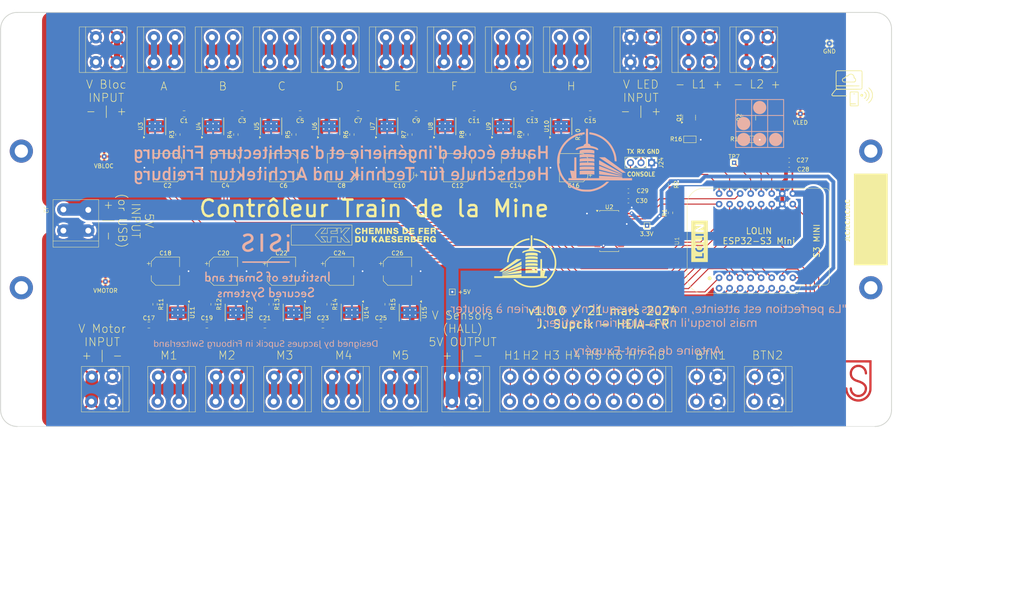
<source format=kicad_pcb>
(kicad_pcb (version 20240108) (generator "pcbnew") (generator_version "8.0")
  (title_block (title "Train de la Mine") (company "HEIA-FR") (comment 1 "Author: Jacques Supcik"))
  (layers (0 "F.Cu" signal) (31 "B.Cu" signal) (34 "B.Paste" user) (35 "F.Paste" user) (36 "B.SilkS" user "B.Silkscreen") (37 "F.SilkS" user "F.Silkscreen") (38 "B.Mask" user) (39 "F.Mask" user) (44 "Edge.Cuts" user))
  (net 0 "")
  (net 1 "VBloc")
  (net 2 "GND")
  (net 3 "/H-Bridge1/OUT1")
  (net 4 "/H-Bridge1/OUT2")
  (net 5 "Net-(U10-ILIM)")
  (net 6 "/H-Bridge2/OUT1")
  (net 7 "/H-Bridge2/OUT2")
  (net 9 "BTN1")
  (net 10 "BTN2")
  (net 11 "+3V3")
  (net 12 "+5V")
  (net 13 "/H-Bridge3/OUT1")
  (net 14 "/H-Bridge3/OUT2")
  (net 15 "/H-Bridge4/OUT1")
  (net 16 "/H-Bridge4/OUT2")
  (net 17 "/H-Bridge5/OUT1")
  (net 18 "/H-Bridge5/OUT2")
  (net 19 "/H-Bridge6/OUT1")
  (net 20 "/H-Bridge6/OUT2")
  (net 21 "/H-Bridge7/OUT1")
  (net 22 "/H-Bridge7/OUT2")
  (net 23 "/H-Bridge8/OUT1")
  (net 24 "/H-Bridge8/OUT2")
  (net 25 "/H-Bridge9/OUT1")
  (net 26 "/H-Bridge9/OUT2")
  (net 27 "/H-Bridge10/OUT1")
  (net 28 "/H-Bridge10/OUT2")
  (net 29 "/H-Bridge11/OUT1")
  (net 30 "/H-Bridge11/OUT2")
  (net 31 "/H-Bridge12/OUT1")
  (net 32 "/H-Bridge12/OUT2")
  (net 33 "/H-Bridge13/OUT1")
  (net 34 "/H-Bridge13/OUT2")
  (net 35 "Net-(U3-ILIM)")
  (net 36 "Net-(U4-ILIM)")
  (net 37 "Net-(U5-ILIM)")
  (net 38 "Net-(U6-ILIM)")
  (net 39 "Net-(U7-ILIM)")
  (net 40 "Net-(U8-ILIM)")
  (net 41 "Net-(U9-ILIM)")
  (net 42 "Net-(U11-ILIM)")
  (net 43 "Net-(U12-ILIM)")
  (net 44 "Net-(U13-ILIM)")
  (net 45 "Net-(U14-ILIM)")
  (net 46 "Net-(U15-ILIM)")
  (net 47 "IN1.1")
  (net 48 "IN1.2")
  (net 49 "IN2.1")
  (net 50 "IN2.2")
  (net 51 "IN3.1")
  (net 52 "IN3.2")
  (net 53 "IN4.1")
  (net 54 "IN4.2")
  (net 55 "IN5.1")
  (net 56 "IN5.2")
  (net 57 "IN6.1")
  (net 58 "IN6.2")
  (net 59 "IN7.1")
  (net 60 "IN7.2")
  (net 61 "IN8.1")
  (net 62 "IN8.2")
  (net 63 "IN9.2")
  (net 64 "IN9.1")
  (net 65 "IN10.2")
  (net 66 "IN10.1")
  (net 67 "IN11.2")
  (net 68 "IN11.1")
  (net 69 "IN12.2")
  (net 70 "IN12.1")
  (net 71 "VMotor")
  (net 72 "/mosfet/OUT")
  (net 73 "/mosfet1/OUT")
  (net 74 "IN13.2")
  (net 75 "IN13.1")
  (net 76 "VLED")
  (net 77 "S1")
  (net 78 "S2")
  (net 79 "S3")
  (net 80 "S4")
  (net 81 "S5")
  (net 82 "S6")
  (net 83 "S7")
  (net 84 "S8")
  (net 85 "L1")
  (net 86 "L2")
  (net 87 "SCL")
  (net 88 "SDA")
  (net 89 "UART-TX")
  (net 90 "UART-RX")
  (net 91 "Net-(U1-GPIO35)")
  (footprint "MountingHole:MountingHole_3.2mm_M3_DIN965_Pad" (layer "F.Cu") (at 40 102.5)
    (property "Reference" "H2" (hide yes))
    (property "Value" "MountingHole")
  )
  (footprint "MountingHole:MountingHole_3.2mm_M3_DIN965_Pad" (layer "F.Cu") (at 245 102.5)
    (property "Reference" "H4" (hide yes))
    (property "Value" "MountingHole")
  )
  (footprint "KFM:KFM736L-5.0-2P" (layer "F.Cu") (at 144 130)
    (property "Reference" "J4" (hide yes))
    (property "Value" "ALIM SENSORS" (hide yes))
  )
  (footprint "Package_SO:Texas_HTSOP-8-1EP_3.9x4.9mm_P1.27mm_EP2.95x4.9mm_Mask2.4x3.1mm_ThermalVias" (layer "F.Cu") (at 91.774998 108.5 -90)
    (property "Reference" "U12")
    (property "Value" "DRV8871DDA")
  )
  (footprint "KFM:KFM736L-5.0-2P" (layer "F.Cu") (at 217 130)
    (property "Reference" "J7" (hide yes))
    (property "Value" "BTN2" (hide yes))
  )
  (footprint "Connector_PinHeader_2.54mm:PinHeader_1x03_P2.54mm_Vertical" (layer "F.Cu") (at 192.08 72.3 -90)
    (property "Reference" "J24")
    (property "Value" "Conn_01x03_Pin")
  )
  (footprint "KFM:KFM736L-5.0-2P" (layer "F.Cu") (at 105 42 180)
    (property "Reference" "J11" (hide yes))
    (property "Value" "2604-1102" (hide yes))
  )
  (footprint "Capacitor_SMD:CP_Elec_6.3x7.7" (layer "F.Cu") (at 130.774998 98.5)
    (property "Reference" "C26")
    (property "Value" "22uF" (hide yes))
  )
  (footprint "Capacitor_SMD:C_0805_2012Metric" (layer "F.Cu") (at 149.274999 60.5 180)
    (property "Reference" "C11")
    (property "Value" "0.1uF")
  )
  (footprint "KFM:KFM736L-5.0-2P" (layer "F.Cu") (at 203 130)
    (property "Reference" "J5" (hide yes))
    (property "Value" "BTN1" (hide yes))
  )
  (footprint "Resistor_SMD:R_0603_1608Metric" (layer "F.Cu") (at 175.774999 65.5 90)
    (property "Reference" "R10")
    (property "Value" "30k")
  )
  (footprint "TestPoint:TestPoint_THTPad_1.0x1.0mm_Drill0.5mm" (layer "F.Cu") (at 235 43.5)
    (property "Reference" "TP1" (hide yes))
    (property "Value" "GND")
  )
  (footprint "KFM:KFM736L-5.0-2P" (layer "F.Cu") (at 91 42 180)
    (property "Reference" "J10" (hide yes))
    (property "Value" "2604-1102" (hide yes))
  )
  (footprint "KFM:KFM736L-5.0-2P" (layer "F.Cu") (at 57 130)
    (property "Reference" "J3" (hide yes))
    (property "Value" "ALIM MOTORS" (hide yes))
  )
  (footprint "Resistor_SMD:R_0603_1608Metric" (layer "F.Cu") (at 114.274998 106.5 -90)
    (property "Reference" "R14")
    (property "Value" "30k")
  )
  (footprint "Capacitor_SMD:C_0805_2012Metric" (layer "F.Cu") (at 121.274999 60.5 180)
    (property "Reference" "C7")
    (property "Value" "0.1uF")
  )
  (footprint "Package_SO:Texas_HTSOP-8-1EP_3.9x4.9mm_P1.27mm_EP2.95x4.9mm_Mask2.4x3.1mm_ThermalVias" (layer "F.Cu") (at 170.274999 63.5 90)
    (property "Reference" "U10")
    (property "Value" "DRV8871DDA")
  )
  (footprint "Resistor_SMD:R_0603_1608Metric" (layer "F.Cu") (at 72.274998 106.5 -90)
    (property "Reference" "R11")
    (property "Value" "30k")
  )
  (footprint "Capacitor_SMD:C_0805_2012Metric" (layer "F.Cu") (at 135.274999 60.5 180)
    (property "Reference" "C9")
    (property "Value" "0.1uF")
  )
  (footprint "Capacitor_SMD:C_0805_2012Metric" (layer "F.Cu") (at 112.774999 111.5)
    (property "Reference" "C23")
    (property "Value" "0.1uF")
  )
  (footprint "TestPoint:TestPoint_THTPad_1.0x1.0mm_Drill0.5mm" (layer "F.Cu") (at 60.3 101)
    (property "Reference" "TP4" (hide yes))
    (property "Value" "VMOTOR")
  )
  (footprint "Resistor_SMD:R_0603_1608Metric" (layer "F.Cu") (at 91.774999 65.5 90)
    (property "Reference" "R4")
    (property "Value" "30k")
  )
  (footprint "TestPoint:TestPoint_THTPad_1.0x1.0mm_Drill0.5mm" (layer "F.Cu") (at 60 70.8)
    (property "Reference" "TP3" (hide yes))
    (property "Value" "VBLOC")
  )
  (footprint "KFM:KFM736L-5.0-2P" (layer "F.Cu") (at 63 42 180)
    (property "Reference" "J1" (hide yes))
    (property "Value" "ALIM BLOCS")
  )
  (footprint "Package_SO:TSSOP-28_4.4x9.7mm_P0.65mm" (layer "F.Cu") (at 181.874999 88.8)
    (property "Reference" "U2")
    (property "Value" "PCA9685PW")
  )
  (footprint "Package_TO_SOT_SMD:SOT-23" (layer "F.Cu") (at 215.645999 61.4025 90)
    (property "Reference" "Q2")
    (property "Value" "AO3400A")
  )
  (footprint "Capacitor_SMD:C_0805_2012Metric" (layer "F.Cu") (at 107.274999 60.5 180)
    (property "Reference" "C5")
    (property "Value" "0.1uF")
  )
  (footprint "Package_TO_SOT_SMD:SOT-23" (layer "F.Cu") (at 201.145999 61.4025 90)
    (property "Reference" "Q1")
    (property "Value" "AO3400A")
  )
  (footprint "Capacitor_SMD:CP_Elec_6.3x7.7" (layer "F.Cu") (at 131.274999 73.5 180)
    (property "Reference" "C10")
    (property "Value" "22uF" (hide yes))
  )
  (footprint "Capacitor_SMD:C_0805_2012Metric" (layer "F.Cu") (at 163.274999 60.5 180)
    (property "Reference" "C13")
    (property "Value" "0.1uF")
  )
  (footprint "MountingHole:MountingHole_3.2mm_M3_DIN965_Pad" (layer "F.Cu") (at 40 69.5)
    (property "Reference" "H1" (hide yes))
    (property "Value" "MountingHole")
  )
  (footprint "Package_SO:Texas_HTSOP-8-1EP_3.9x4.9mm_P1.27mm_EP2.95x4.9mm_Mask2.4x3.1mm_ThermalVias" (layer "F.Cu") (at 100.274999 63.5 90)
    (property "Reference" "U5")
    (property "Value" "DRV8871DDA")
  )
  (footprint "KFM:KFM736L-5.0-2P" (layer "F.Cu") (at 147 42 180)
    (property "Reference" "J14" (hide yes))
    (property "Value" "2604-1102" (hide yes))
  )
  (footprint "Resistor_SMD:R_0603_1608Metric" (layer "F.Cu") (at 196.674999 84.4 90)
    (property "Reference" "R1")
    (property "Value" "4.7K")
  )
  (footprint "Capacitor_SMD:CP_Elec_6.3x7.7" (layer "F.Cu") (at 102.774998 98.5)
    (property "Reference" "C22")
    (property "Value" "22uF" (hide yes))
  )
  (footprint "Capacitor_SMD:CP_Elec_6.3x7.7" (layer "F.Cu") (at 173.274999 73.5 180)
    (property "Reference" "C16")
    (property "Value" "22uF" (hide yes))
  )
  (footprint "Package_SO:Texas_HTSOP-8-1EP_3.9x4.9mm_P1.27mm_EP2.95x4.9mm_Mask2.4x3.1mm_ThermalVias" (layer "F.Cu") (at 86.274999 63.5 90)
    (property "Reference" "U4")
    (property "Value" "DRV8871DDA")
  )
  (footprint "Capacitor_SMD:C_0603_1608Metric" (layer "F.Cu") (at 225.299999 71.7 180)
    (property "Reference" "C27")
    (property "Value" "22uF")
  )
  (footprint "KFM:KFM736L-5.0-2P" (layer "F.Cu") (at 87 130)
    (property "Reference" "J18" (hide yes))
    (property "Value" "2604-1102" (hide yes))
  )
  (footprint "KFM:KFM736L-5.0-2P" (layer "F.Cu") (at 101 130)
    (property "Reference" "J19" (hide yes))
    (property "Value" "2604-1102" (hide yes))
  )
  (footprint "KFM:KFM736L-5.0-2P" (layer "F.Cu") (at 73 130)
    (property "Reference" "J17" (hide yes))
    (property "Value" "2604-1102" (hide yes))
  )
  (footprint "Capacitor_SMD:CP_Elec_6.3x7.7" (layer "F.Cu") (at 116.774998 98.5)
    (property "Reference" "C24")
    (property "Value" "22uF" (hide yes))
  )
  (footprint "Capacitor_SMD:C_0805_2012Metric" (layer "F.Cu") (at 98.774999 111.5)
    (property "Reference" "C21")
    (property "Value" "0.1uF")
  )
  (footprint "KFM:KFM736L-5.0-2P" (layer "F.Cu") (at 115 130)
    (property "Reference" "J20" (hide yes))
    (property "Value" "2604-1102" (hide yes))
  )
  (footprint "Capacitor_SMD:C_0603_1608Metric" (layer "F.Cu") (at 186.499999 79.1)
    (property "Reference" "C29")
    (property "Value" "22uF")
  )
  (footprint "Resistor_SMD:R_0603_1608Metric" (layer "F.Cu") (at 105.774999 65.5 90)
    (property "Reference" "R5")
    (property "Value" "30k")
  )
  (footprint "Package_SO:Texas_HTSOP-8-1EP_3.9x4.9mm_P1.27mm_EP2.95x4.9mm_Mask2.4x3.1mm_ThermalVias" (layer "F.Cu") (at 128.274999 63.5 90)
    (property "Reference" "U7")
    (property "Value" "DRV8871DDA")
  )
  (footprint "TestPoint:TestPoint_THTPad_1.0x1.0mm_Drill0.5mm" (layer "F.Cu") (at 144 103.5)
    (property "Reference" "TP2" (hide yes))
    (property "Value" "+5V")
  )
  (footprint "Capacitor_SMD:CP_Elec_6.3x7.7" (layer "F.Cu") (at 88.774998 98.5)
    (property "Reference" "C20")
    (property "Value" "22uF" (hide yes))
  )
  (footprint "Capacitor_SMD:C_0805_2012Metric" (layer "F.Cu") (at 70.774999 111.5)
    (property "Reference" "C17")
    (property "Value" "0.1uF")
  )
  (footprint "Resistor_SMD:R_0603_1608Metric" (layer "F.Cu") (at 100.274998 106.5 -90)
    (property "Reference" "R13")
    (property "Value" "30k")
  )
  (footprint "KFM:KFM736L-5.0-2P" (layer "F.Cu") (at 133 42 180)
    (property "Reference" "J13" (hide yes))
    (property "Value" "2604-1102" (hide yes))
  )
  (footprint "LOGO" (layer "F.Cu") (at 161.61 96.14)
    (property "Reference" "G***" (hide yes))
    (property "Value" "LOGO" (hide yes))
  )
  (footprint "PCM_Resistor_SMD_AKL:R_0603_1608Metric" (layer "F.Cu") (at 215.833999 66.658)
    (property "Reference" "R17")
    (property "Value" "1k" (hide yes))
  )
  (footprint "KFM:KFM736L-5.0-2P" (layer "F.Cu") (at 77 42 180)
    (property "Reference" "J9" (hide yes))
    (property "Value" "2604-1102" (hide yes))
  )
  (footprint "Package_SO:Texas_HTSOP-8-1EP_3.9x4.9mm_P1.27mm_EP2.95x4.9mm_Mask2.4x3.1mm_ThermalVias" (layer "F.Cu") (at 142.274999 63.5 90)
    (property "Reference" "U8")
    (property "Value" "DRV8871DDA")
  )
  (footprint "Resistor_SMD:R_0603_1608Metric" (layer "F.Cu") (at 77.774999 65.5 90)
    (property "Reference" "R3")
    (property "Value" "30k")
  )
  (footprint "TestPoint:TestPoint_THTPad_1.0x1.0mm_Drill0.5mm" (layer "F.Cu") (at 212 72.3)
    (property "Reference" "TP7")
    (property "Value" "GND")
  )
  (footprint "Package_SO:Texas_HTSOP-8-1EP_3.9x4.9mm_P1.27mm_EP2.95x4.9mm_Mask2.4x3.1mm_ThermalVias" (layer "F.Cu") (at 133.774998 108.5 -90)
    (property "Reference" "U15")
    (property "Value" "DRV8871DDA")
  )
  (footprint "Capacitor_SMD:C_0603_1608Metric" (layer "F.Cu") (at 186.499999 81.5)
    (property "Reference" "C30")
    (property "Value" "100nF")
  )
  (footprint "Capacitor_SMD:C_0805_2012Metric" (layer "F.Cu") (at 126.774999 111.5)
    (property "Reference" "C25")
    (property "Value" "0.1uF")
  )
  (footprint "KFM:KFM736L-5.0-2P" (layer "F.Cu") (at 220 42 180)
    (property "Reference" "J23" (hide yes))
    (property "Value" "2604-1102" (hide yes))
  )
  (footprint "Resistor_SMD:R_0603_1608Metric" (layer "F.Cu") (at 128.274998 106.5 -90)
    (property "Reference" "R15")
    (property "Value" "30k")
  )
  (footprint "TestPoint:TestPoint_THTPad_1.0x1.0mm_Drill0.5mm" (layer "F.Cu") (at 191 87.5)
    (property "Reference" "TP6" (hide yes))
    (property "Value" "3.3V")
  )
  (footprint "Resistor_SMD:R_0603_1608Metric" (layer "F.Cu") (at 86.274998 106.5 -90)
    (property "Reference" "R12")
    (property "Value" "30k")
  )
  (footprint "Capacitor_SMD:C_0603_1608Metric" (layer "F.Cu") (at 225.299999 73.9 180)
    (property "Reference" "C28")
    (property "Value" "100nF")
  )
  (footprint "Capacitor_SMD:CP_Elec_6.3x7.7" (layer "F.Cu") (at 145.274999 73.5 180)
    (property "Reference" "C12")
    (property "Value" "22uF" (hide yes))
  )
  (footprint "LOGO" (layer "F.Cu") (at 242 125)
    (property "Reference" "G***" (hide yes))
    (property "Value" "LOGO" (hide yes))
  )
  (footprint "TestPoint:TestPoint_THTPad_1.0x1.0mm_Drill0.5mm" (layer "F.Cu") (at 228 60.5)
    (property "Reference" "TP5" (hide yes))
    (property "Value" "VLED")
  )
  (footprint "Resistor_SMD:R_0603_1608Metric" (layer "F.Cu") (at 161.774999 65.5 90)
    (property "Reference" "R9")
    (property "Value" "30k")
  )
  (footprint "KFM:KFM736L-5.0-2P" (layer "F.Cu") (at 175 42 180)
    (property "Reference" "J16" (hide yes))
    (property "Value" "2604-1102" (hide yes))
  )
  (footprint "Capacitor_SMD:C_0805_2012Metric" (layer "F.Cu") (at 93.274999 60.5 180)
    (property "Reference" "C3")
    (property "Value" "0.1uF")
  )
  (footprint "Package_SO:Texas_HTSOP-8-1EP_3.9x4.9mm_P1.27mm_EP2.95x4.9mm_Mask2.4x3.1mm_ThermalVias" (layer "F.Cu") (at 72.274999 63.5 90)
    (property "Reference" "U3")
    (property "Value" "DRV8871DDA")
  )
  (footprint "MountingHole:MountingHole_3.2mm_M3_DIN965_Pad" (layer "F.Cu") (at 245 69.5)
    (property "Reference" "H3" (hide yes))
    (property "Value" "MountingHole")
  )
  (footprint "LOGO" (layer "F.Cu") (at 122.593999 89.772)
    (property "Reference" "CFK Logo" (hide yes))
    (property "Value" "LOGO" (hide yes))
  )
  (footprint "KFM:KFM736L-5.0-2P" (layer "F.Cu") (at 50.15 83.7 -90)
    (property "Reference" "J2")
    (property "Value" "ALIM ESP")
  )
  (footprint "KFM:KFM736L-5.0-2P" (layer "F.Cu") (at 192 42 180)
    (property "Reference" "J6" (hide yes))
    (property "Value" "ALIM LEDS" (hide yes))
  )
  (footprint "Resistor_SMD:R_0603_1608Metric" (layer "F.Cu") (at 119.774999 65.5 90)
    (property "Reference" "R6")
    (property "Value" "30k")
  )
  (footprint "KFM:KFM736L-5.0-2P" (layer "F.Cu") (at 119 42 180)
    (property "Reference" "J12" (hide yes))
    (property "Value" "2604-1102" (hide yes))
  )
  (footprint "Capacitor_SMD:CP_Elec_6.3x7.7" (layer "F.Cu") (at 75.274999 73.5 180)
    (property "Reference" "C2")
    (property "Value" "22uF" (hide yes))
  )
  (footprint "Capacitor_SMD:CP_Elec_6.3x7.7" (layer "F.Cu") (at 117.274999 73.5 180)
    (property "Reference" "C8")
    (property "Value" "22uF" (hide yes))
  )
  (footprint "Resistor_SMD:R_0603_1608Metric" (layer "F.Cu") (at 133.774999 65.5 90)
    (property "Reference" "R7")
    (property "Value" "30k")
  )
  (footprint "Package_SO:Texas_HTSOP-8-1EP_3.9x4.9mm_P1.27mm_EP2.95x4.9mm_Mask2.4x3.1mm_ThermalVias" (layer "F.Cu") (at 119.774998 108.5 -90)
    (property "Reference" "U14")
    (property "Value" "DRV8871DDA")
  )
  (footprint "Package_SO:Texas_HTSOP-8-1EP_3.9x4.9mm_P1.27mm_EP2.95x4.9mm_Mask2.4x3.1mm_ThermalVias" (layer "F.Cu") (at 156.274999 63.5 90)
    (property "Reference" "U9")
    (property "Value" "DRV8871DDA")
  )
  (footprint "Package_SO:Texas_HTSOP-8-1EP_3.9x4.9mm_P1.27mm_EP2.95x4.9mm_Mask2.4x3.1mm_ThermalVias" (layer "F.Cu") (at 105.774998 108.5 -90)
    (property "Reference" "U13")
    (property "Value" "DRV8871DDA")
  )
  (footprint "Capacitor_SMD:C_0805_2012Metric" (layer "F.Cu") (at 177.274999 60.5 180)
    (property "Reference" "C15")
    (property "Value" "0.1uF")
  )
  (footprint "PCM_Resistor_SMD_AKL:R_0603_1608Metric" (layer "F.Cu") (at 201.333999 66.658)
    (property "Reference" "R16")
    (property "Value" "1k" (hide yes))
  )
  (footprint "Resistor_SMD:R_0603_1608Metric" (layer "F.Cu") (at 147.774999 65.5 90)
    (property "Reference" "R8")
    (property "Value" "30k")
  )
  (footprint "Capacitor_SMD:C_0805_2012Metric" (layer "F.Cu") (at 84.774999 111.5)
    (property "Reference" "C19")
    (property "Value" "0.1uF")
  )
  (footprint "Package_SO:Texas_HTSOP-8-1EP_3.9x4.9mm_P1.27mm_EP2.95x4.9mm_Mask2.4x3.1mm_ThermalVias" (layer "F.Cu") (at 77.774998 108.5 -90)
    (property "Reference" "U11")
    (property "Value" "DRV8871DDA")
  )
  (footprint "Capacitor_SMD:CP_Elec_6.3x7.7" (layer "F.Cu") (at 103.274999 73.5 180)
    (property "Reference" "C6")
    (property "Value" "22uF" (hide yes))
  )
  (footprint "KFM:KFM736L-5.0-8P" (layer "F.Cu") (at 158 130)
    (property "Reference" "J8" (hide yes))
    (property "Value" "SENSORS" (hide yes))
  )
  (footprint "LOGO" (layer "F.Cu") (at 240.480899 54.305419)
    (property "Reference" "G***" (hide yes))
    (property "Value" "LOGO" (hide yes))
  )
  (footprint "Resistor_SMD:R_0603_1608Metric" (layer "F.Cu") (at 196.674999 77.575 -90)
    (property "Reference" "R2")
    (property "Value" "4.7K")
  )
  (footprint "KFM:KFM736L-5.0-2P" (layer "F.Cu") (at 129 130)
    (property "Reference" "J21" (hide yes))
    (property "Value" "2604-1102" (hide yes))
  )
  (footprint "KFM:KFM736L-5.0-2P" (layer "F.Cu") (at 206 42 180)
    (property "Reference" "J22" (hide yes))
    (property "Value" "2604-1102" (hide yes))
  )
  (footprint "KFM:KFM736L-5.0-2P" (layer "F.Cu") (at 161 42 180)
    (property "Reference" "J15" (hide yes))
    (property "Value" "2604-1102" (hide yes))
  )
  (footprint "Capacitor_SMD:CP_Elec_6.3x7.7" (layer "F.Cu") (at 159.274999 73.5 180)
    (property "Reference" "C14")
    (property "Value" "22uF" (hide yes))
  )
  (footprint "Capacitor_SMD:CP_Elec_6.3x7.7" (layer "F.Cu") (at 74.774998 98.5)
    (property "Reference" "C18")
    (property "Value" "22uF" (hide yes))
  )
  (footprint "Wemos:S3 Mini" (layer "F.Cu") (at 217.274999 91.185 90)
    (property "Reference" "U1")
    (property "Value" "1")
  )
  (footprint "Capacitor_SMD:C_0805_2012Metric" (layer "F.Cu") (at 79.274999 60.5 180)
    (property "Reference" "C1")
    (property "Value" "0.1uF")
  )
  (footprint "Package_SO:Texas_HTSOP-8-1EP_3.9x4.9mm_P1.27mm_EP2.95x4.9mm_Mask2.4x3.1mm_ThermalVias" (layer "F.Cu") (at 114.274999 63.5 90)
    (property "Reference" "U6")
    (property "Value" "DRV8871DDA")
  )
  (footprint "Capacitor_SMD:CP_Elec_6.3x7.7" (layer "F.Cu") (at 89.274999 73.5 180)
    (property "Reference" "C4")
    (property "Value" "22uF" (hide yes))
  )
  (footprint "LOGO" (layer "B.Cu") (at 218.18 62.83 180)
    (property "Reference" "G***" (hide yes))
    (property "Value" "LOGO" (hide yes))
  )
  (footprint "LOGO" (layer "B.Cu") (at 99.399999 97.6 180)
    (property "Reference" "G***" (hide yes))
    (property "Value" "LOGO" (hide yes))
  )
  (footprint "LOGO" (layer "B.Cu") (at 127.4 71.7 180)
    (property "Reference" "G***" (hide yes))
    (property "Value" "LOGO" (hide yes))
  )
  (gr_circle (center 206.099999 100.2) (end 206.499999 100.2) (stroke (width 0.15)) (fill solid) (layer "F.SilkS"))
  (gr_rect (start 241 75) (end 249 97) (stroke (width 0.15)) (fill solid) (layer "F.SilkS"))
  (gr_line (start 39 36) (end 246 36) (stroke (width 0.2)) (layer "Edge.Cuts"))
  (gr_line (start 250 40) (end 250 132) (stroke (width 0.2)) (layer "Edge.Cuts"))
  (gr_arc (start 35 40) (mid 36.171573 37.171573) (end 39 36) (stroke (width 0.2)) (layer "Edge.Cuts"))
  (gr_arc (start 39 136) (mid 36.171573 134.828427) (end 35 132) (stroke (width 0.2)) (layer "Edge.Cuts"))
  (gr_line (start 35 132) (end 35 40) (stroke (width 0.2)) (layer "Edge.Cuts"))
  (gr_arc (start 246 36) (mid 248.828427 37.171573) (end 250 40) (stroke (width 0.2)) (layer "Edge.Cuts"))
  (gr_arc (start 250 132) (mid 248.828427 134.828427) (end 246 136) (stroke (width 0.2)) (layer "Edge.Cuts"))
  (gr_line (start 246 136) (end 39 136) (stroke (width 0.1)) (layer "Edge.Cuts"))
  (gr_text "{dblquote}La perfection est atteinte, non pas lorsqu'il n'y a plus rien à ajouter,\nmais lorsqu'il n'y a plus rien à retirer.{dblquote}\n\nAntoine de Saint-Exupéry" (at 191 119 0) (layer "B.SilkS") (effects (font (size 2 2) (thickness 0.15) (italic yes)) (justify bottom mirror)))
  (gr_text "Designed by Jacques Supcik in Fribourg Switzerland" (at 99 117 0) (layer "B.SilkS") (effects (font (size 1.5 1.5)) (justify bottom mirror)))
  (gr_text "H1" (at 158.475 120 0) (layer "F.SilkS") (effects (font (size 2 2)) (justify bottom)))
  (gr_text "H4" (at 173.08 120 0) (layer "F.SilkS") (effects (font (size 2 2)) (justify bottom)))
  (gr_text "TX" (at 187 69.6 0) (layer "F.SilkS") (effects (font (size 1 1) (thickness 0.2) (bold yes))))
  (gr_text "G" (at 158.724 55 0) (layer "F.SilkS") (effects (font (size 2 2)) (justify bottom)))
  (gr_text "JLCJLCJLCJLC" (at 240 86.3 90) (layer "F.SilkS") (effects (font (size 1 1) (thickness 0.2) (bold yes)) (justify bottom)))
  (gr_text "V Sensors\n(HALL)\n5V OUTPUT\n+ | -" (at 146.5 120 0) (layer "F.SilkS") (effects (font (size 2 2)) (justify bottom)))
  (gr_text "V LED\nINPUT\n- | +" (at 189.5 61 0) (layer "F.SilkS") (effects (font (size 2 2)) (justify bottom)))
  (gr_text "H7" (at 188.32 120 0) (layer "F.SilkS") (effects (font (size 2 2)) (justify bottom)))
  (gr_text "F" (at 144.5 55 0) (layer "F.SilkS") (effects (font (size 2 2)) (justify bottom)))
  (gr_text "H2" (at 162.92 120 0) (layer "F.SilkS") (effects (font (size 2 2)) (justify bottom)))
  (gr_text "E" (at 130.784 55 0) (layer "F.SilkS") (effects (font (size 2 2)) (justify bottom)))
  (gr_text "Contrôleur Train de la Mine" (at 125.133999 85.708 0) (layer "F.SilkS") (effects (font (size 4 4) (thickness 0.6)) (justify bottom)))
  (gr_text "BTN2" (at 220.07 120 0) (layer "F.SilkS") (effects (font (size 2 2)) (justify bottom)))
  (gr_text "M2" (at 89.59 120 0) (layer "F.SilkS") (effects (font (size 2 2)) (justify bottom)))
  (gr_text "H" (at 172.694 55 0) (layer "F.SilkS") (effects (font (size 2 2)) (justify bottom)))
  (gr_text "B" (at 88.62 55 0) (layer "F.SilkS") (effects (font (size 2 2)) (justify bottom)))
  (gr_text "LOLIN\nESP32-S3 Mini" (at 218 90 0) (layer "F.SilkS") (effects (font (size 1.5 1.5) (thickness 0.2))))
  (gr_text "RX" (at 189.5 69.6 0) (layer "F.SilkS") (effects (font (size 1 1) (thickness 0.2) (bold yes))))
  (gr_text "M5" (at 131.5 120 0) (layer "F.SilkS") (effects (font (size 2 2)) (justify bottom)))
  (gr_text "- L1 +" (at 203.5 54.5 0) (layer "F.SilkS") (effects (font (size 2 2)) (justify bottom)))
  (gr_text "A" (at 74.396 55 0) (layer "F.SilkS") (effects (font (size 2 2)) (justify bottom)))
  (gr_text "H6" (at 183.24 120 0) (layer "F.SilkS") (effects (font (size 2 2)) (justify bottom)))
  (gr_text "M1" (at 75.62 120 0) (layer "F.SilkS") (effects (font (size 2 2)) (justify bottom)))
  (gr_text "H5" (at 178.16 120 0) (layer "F.SilkS") (effects (font (size 2 2)) (justify bottom)))
  (gr_text "GND" (at 192.5 69.6 0) (layer "F.SilkS") (effects (font (size 1 1) (thickness 0.2) (bold yes))))
  (gr_text "D" (at 116.814 55 0) (layer "F.SilkS") (effects (font (size 2 2)) (justify bottom)))
  (gr_text "CONSOLE" (at 189.61 75.09 0) (layer "F.SilkS") (effects (font (size 1 1) (thickness 0.2) (bold yes))))
  (gr_text "H3" (at 168 120 0) (layer "F.SilkS") (effects (font (size 2 2)) (justify bottom)))
  (gr_text "M4" (at 117.784 120 0) (layer "F.SilkS") (effects (font (size 2 2)) (justify bottom)))
  (gr_text "H8" (at 193.4 120 0) (layer "F.SilkS") (effects (font (size 2 2)) (justify bottom)))
  (gr_text "- L2 +" (at 217.5 54.5 0) (layer "F.SilkS") (effects (font (size 2 2)) (justify bottom)))
  (gr_text "BTN1" (at 206.354 120 0) (layer "F.SilkS") (effects (font (size 2 2)) (justify bottom)))
  (gr_text "V Bloc\nINPUT\n- | +" (at 60.5 61 0) (layer "F.SilkS") (effects (font (size 2 2)) (justify bottom)))
  (gr_text "5V\nINPUT\n(or USB)\n+ | -" (at 60 86.3 270) (layer "F.SilkS") (effects (font (size 2 2)) (justify bottom)))
  (gr_text "C" (at 102.844 55 0) (layer "F.SilkS") (effects (font (size 2 2)) (justify bottom)))
  (gr_text "M3" (at 103.56 120 0) (layer "F.SilkS") (effects (font (size 2 2)) (justify bottom)))
  (gr_text "v1.0.0 / 21 mars 2024\nJ. Supcik - HEIA-FR" (at 180.36 109.7 0) (layer "F.SilkS") (effects (font (size 2 2) (thickness 0.3))))
  (gr_text "V Motor\nINPUT\n+ | -" (at 59.5 120 0) (layer "F.SilkS") (effects (font (size 2 2)) (justify bottom)))
  (segment (start 150.07 45) (end 150.312499 45.242499) (width 0.9) (layer "F.Cu") (net 1))
  (segment (start 135.9 45) (end 136.312499 45.412499) (width 0.9) (layer "F.Cu") (net 1))
  (segment (start 88.179999 60.625) (end 88.179999 58.595) (width 0.9) (layer "F.Cu") (net 1))
  (segment (start 158.179999 60.625) (end 158.179999 58.595) (width 0.9) (layer "F.Cu") (net 1))
  (segment (start 150.312499 45.242499) (end 150.312499 71.1625) (width 0.9) (layer "F.Cu") (net 1))
  (segment (start 94.312499 71.1625) (end 91.974999 73.5) (width 0.9) (layer "F.Cu") (net 1))
  (segment (start 144.179999 60.625) (end 144.179999 58.595) (width 0.9) (layer "F.Cu") (net 1))
  (segment (start 116.179999 58.595) (end 117.274999 57.5) (width 0.9) (layer "F.Cu") (net 1))
  (segment (start 150.312499 71.1625) (end 147.974999 73.5) (width 0.9) (layer "F.Cu") (net 1))
  (segment (start 164.15 45) (end 164.312499 45.162499) (width 0.9) (layer "F.Cu") (net 1))
  (segment (start 94.312499 45) (end 94.312499 71.1625) (width 0.9) (layer "F.Cu") (net 1))
  (segment (start 159.274999 57.5) (end 164.312499 57.5) (width 0.9) (layer "F.Cu") (net 1))
  (segment (start 172.179999 58.595) (end 173.274999 57.5) (width 0.9) (layer "F.Cu") (net 1))
  (segment (start 117.274999 57.5) (end 122.312499 57.5) (width 0.9) (layer "F.Cu") (net 1))
  (segment (start 108.2 45) (end 108.312499 45.112499) (width 0.9) (layer "F.Cu") (net 1))
  (segment (start 122.312499 71.1625) (end 119.974999 73.5) (width 0.9) (layer "F.Cu") (net 1))
  (segment (start 102.179999 58.595) (end 103.274999 57.5) (width 0.9) (layer "F.Cu") (net 1))
  (segment (start 144.179999 58.595) (end 145.274999 57.5) (width 0.9) (layer "F.Cu") (net 1))
  (segment (start 178.312499 46.9125) (end 178.312499 71.1625) (width 0.9) (layer "F.Cu") (net 1))
  (segment (start 176.399999 45) (end 178.312499 46.9125) (width 0.9) (layer "F.Cu") (net 1))
  (segment (start 116.179999 60.625) (end 116.179999 58.595) (width 0.9) (layer "F.Cu") (net 1))
  (segment (start 103.274999 57.5) (end 108.312499 57.5) (width 0.9) (layer "F.Cu") (net 1))
  (segment (start 74.179999 60.625) (end 74.179999 58.595) (width 0.9) (layer "F.Cu") (net 1))
  (segment (start 108.312499 71.1625) (end 105.974999 73.5) (width 0.9) (layer "F.Cu") (net 1))
  (segment (start 74.179999 58.595) (end 75.274999 57.5) (width 0.9) (layer "F.Cu") (net 1))
  (segment (start 122.312499 45.042499) (end 122.312499 71.1625) (width 0.9) (layer "F.Cu") (net 1))
  (segment (start 89.274999 57.5) (end 94.312499 57.5) (width 0.9) (layer "F.Cu") (net 1))
  (segment (start 130.179999 60.625) (end 130.179999 58.595) (width 0.9) (layer "F.Cu") (net 1))
  (segment (start 122.27 45) (end 122.312499 45.042499) (width 0.9) (layer "F.Cu") (net 1))
  (segment (start 63.1 47.9) (end 63 48) (width 1.5) (layer "F.Cu") (net 1))
  (segment (start 75.274999 57.5) (end 80.312499 57.5) (width 0.9) (layer "F.Cu") (net 1))
  (segment (start 88.179999 58.595) (end 89.274999 57.5) (width 0.9) (layer "F.Cu") (net 1))
  (segment (start 80.312499 45) (end 80.312499 71.1625) (width 0.9) (layer "F.Cu") (net 1))
  (segment (start 136.312499 71.1625) (end 133.974999 73.5) (width 0.9) (layer "F.Cu") (net 1))
  (segment (start 131.274999 57.5) (end 136.312499 57.5) (width 0.9) (layer "F.Cu") (net 1))
  (segment (start 102.179999 60.625) (end 102.179999 58.595) (width 0.9) (layer "F.Cu") (net 1))
  (segment (start 178.312499 71.1625) (end 175.974999 73.5) (width 0.9) (layer "F.Cu") (net 1))
  (segment (start 164.312499 45.162499) (end 164.312499 71.1625) (width 0.9) (layer "F.Cu") (net 1))
  (segment (start 172.179999 60.625) (end 172.179999 58.595) (width 0.9) (layer "F.Cu") (net 1))
  (segment (start 63.8 45) (end 176.399999 45) (width 0.9) (layer "F.Cu") (net 1))
  (segment (start 108.312499 45.112499) (end 108.312499 71.1625) (width 0.9) (layer "F.Cu") (net 1))
  (segment (start 145.274999 57.5) (end 150.312499 57.5) (width 0.9) (layer "F.Cu") (net 1))
  (segment (start 158.179999 58.595) (end 159.274999 57.5) (width 0.9) (layer "F.Cu") (net 1))
  (segment (start 136.312499 45.412499) (end 136.312499 71.1625) (width 0.9) (layer "F.Cu") (net 1))
  (segment (start 80.312499 71.1625) (end 77.974999 73.5) (width 0.9) (layer "F.Cu") (net 1))
  (segment (start 173.274999 57.5) (end 178.312499 57.5) (width 0.9) (layer "F.Cu") (net 1))
  (segment (start 130.179999 58.595) (end 131.274999 57.5) (width 0.9) (layer "F.Cu") (net 1))
  (segment (start 63.1 42) (end 63.1 47.9) (width 1.5) (layer "F.Cu") (net 1))
  (segment (start 164.312499 71.1625) (end 161.974999 73.5) (width 0.9) (layer "F.Cu") (net 1))
  (segment (start 76.874999 62.85) (end 75.887499 62.85) (width 0.9) (layer "F.Cu") (net 2))
  (segment (start 218.097999 66.658) (end 218.185999 66.746) (width 0.9) (layer "F.Cu") (net 2))
  (segment (start 91.774999 109.15) (end 90.474999 109.15) (width 0.9) (layer "F.Cu") (net 2))
  (segment (start 86.274999 62.85) (end 87.574999 62.85) (width 0.9) (layer "F.Cu") (net 2))
  (segment (start 91.474999 98.5) (end 94.349999 98.5) (width 1.5) (layer "F.Cu") (net 2))
  (segment (start 131.887499 62.85) (end 134.237499 60.5) (width 0.9) (layer "F.Cu") (net 2))
  (segment (start 86.274999 64.15) (end 84.594999 64.15) (width 0.9) (layer "F.Cu") (net 2))
  (segment (start 86.574999 73.5) (end 83.699999 73.5) (width 1.5) (layer "F.Cu") (net 2))
  (segment (start 70.594999 64.15) (end 70.369999 64.375) (width 0.9) (layer "F.Cu") (net 2))
  (segment (start 91.774999 63.75) (end 90.874999 62.85) (width 0.9) (layer "F.Cu") (net 2))
  (segment (start 202.095999 62.34) (end 202.095999 66.595) (width 0.9) (layer "F.Cu") (net 2))
  (segment (start 167.699999 73.5) (end 167.699999 69) (width 0.9) (layer "F.Cu") (net 2))
  (segment (start 87.574999 62.85) (end 89.887499 62.85) (width 0.9) (layer "F.Cu") (net 2))
  (segment (start 84.594999 64.15) (end 84.369999 64.375) (width 0.9) (layer "F.Cu") (net 2))
  (segment (start 69.699999 69) (end 70.369999 68.33) (width 0.9) (layer "F.Cu") (net 2))
  (segment (start 80.349999 103) (end 79.679999 103.67) (width 0.9) (layer "F.Cu") (net 2))
  (segment (start 93.679999 103.67) (end 93.679999 105.625) (width 0.9) (layer "F.Cu") (net 2))
  (segment (start 139.699999 69) (end 140.369999 68.33) (width 0.9) (layer "F.Cu") (net 2))
  (segment (start 79.454999 107.85) (end 79.679999 107.625) (width 0.9) (layer "F.Cu") (net 2))
  (segment (start 119.774999 63.75) (end 118.874999 62.85) (width 0.9) (layer "F.Cu") (net 2))
  (segment (start 105.774999 109.15) (end 104.474999 109.15) (width 0.9) (layer "F.Cu") (net 2))
  (segment (start 104.474999 109.15) (end 102.162499 109.15) (width 0.9) (layer "F.Cu") (net 2))
  (segment (start 133.774999 63.75) (end 132.874999 62.85) (width 0.9) (layer "F.Cu") (net 2))
  (segment (start 175.774999 64.675) (end 175.774999 63.75) (width 0.9) (layer "F.Cu") (net 2))
  (segment (start 76.474999 109.15) (end 74.162499 109.15) (width 0.9) (layer "F.Cu") (net 2))
  (segment (start 161.774999 63.75) (end 160.874999 62.85) (width 0.9) (layer "F.Cu") (net 2))
  (segment (start 118.874999 62.85) (end 117.887499 62.85) (width 0.9) (layer "F.Cu") (net 2))
  (segment (start 153.699999 73.5) (end 153.699999 69) (width 0.9) (layer "F.Cu") (net 2))
  (segment (start 88.162499 109.15) (end 85.812499 111.5) (width 0.9) (layer "F.Cu") (net 2))
  (segment (start 122.349999 98.5) (end 122.349999 103) (width 0.9) (layer "F.Cu") (net 2))
  (segment (start 114.574999 73.5) (end 111.699999 73.5) (width 1.5) (layer "F.Cu") (net 2))
  (segment (start 84.369999 68.33) (end 84.369999 66.375) (width 0.9) (layer "F.Cu") (net 2))
  (segment (start 128.574999 73.5) (end 125.699999 73.5) (width 1.5) (layer "F.Cu") (net 2))
  (segment (start 169.639999 60.625) (end 169.639999 62.215) (width 0.9) (layer "F.Cu") (net 2))
  (segment (start 98.369999 68.33) (end 98.369999 66.375) (width 0.9) (layer "F.Cu") (net 2))
  (segment (start 168.369999 64.375) (end 168.369999 66.375) (width 0.9) (layer "F.Cu") (net 2))
  (segment (start 85.639999 60.625) (end 85.639999 62.215) (width 0.9) (layer "F.Cu") (net 2))
  (segment (start 121.679999 107.625) (end 121.679999 105.625) (width 0.9) (layer "F.Cu") (net 2))
  (segment (start 168.594999 64.15) (end 168.369999 64.375) (width 0.9) (layer "F.Cu") (net 2))
  (segment (start 83.699999 73.5) (end 83.699999 69) (width 0.9) (layer "F.Cu") (net 2))
  (segment (start 156.274999 62.85) (end 157.574999 62.85) (width 0.9) (layer "F.Cu") (net 2))
  (segment (start 94.349999 103) (end 93.679999 103.67) (width 0.9) (layer "F.Cu") (net 2))
  (segment (start 117.887499 62.85) (end 120.237499 60.5) (width 0.9) (layer "F.Cu") (net 2))
  (segment (start 180.092438 93.025) (end 179.012499 93.025) (width 0.4) (layer "F.Cu") (net 2))
  (segment (start 202.095999 66.595) (end 202.158999 66.658) (width 0.9) (layer "F.Cu") (net 2))
  (segment (start 103.887499 62.85) (end 106.237499 60.5) (width 0.9) (layer "F.Cu") (net 2))
  (segment (start 154.594999 64.15) (end 154.369999 64.375) (width 0.9) (layer "F.Cu") (net 2))
  (segment (start 147.774999 63.75) (end 146.874999 62.85) (width 0.9) (layer "F.Cu") (net 2))
  (segment (start 186.099999 87.1) (end 186.024999 87.175) (width 0.25) (layer "F.Cu") (net 2))
  (segment (start 98.369999 64.375) (end 98.369999 66.375) (width 0.9) (layer "F.Cu") (net 2))
  (segment (start 72.274999 62.85) (end 73.574999 62.85) (width 0.9) (layer "F.Cu") (net 2))
  (segment (start 128.274999 64.15) (end 126.594999 64.15) (width 0.9) (layer "F.Cu") (net 2))
  (segment (start 118.474999 109.15) (end 116.162499 109.15) (width 0.9) (layer "F.Cu") (net 2))
  (segment (start 114.274999 64.15) (end 112.594999 64.15) (width 0.9) (layer "F.Cu") (net 2))
  (segment (start 119.774999 64.675) (end 119.774999 63.75) (width 0.9) (layer "F.Cu") (net 2))
  (segment (start 86.274999 107.325) (end 86.274999 108.25) (width 0.9) (layer "F.Cu") (net 2))
  (segment (start 170.574999 73.5) (end 167.699999 73.5) (width 1.5) (layer "F.Cu") (net 2))
  (segment (start 122.349999 103) (end 121.679999 103.67) (width 0.9) (layer "F.Cu") (net 2))
  (segment (start 135.454999 107.85) (end 135.679999 107.625) (width 0.9) (layer "F.Cu") (net 2))
  (segment (start 70.369999 68.33) (end 70.369999 66.375) (width 0.9) (layer "F.Cu") (net 2))
  (segment (start 101.174999 109.15) (end 102.162499 109.15) (width 0.9) (layer "F.Cu") (net 2))
  (segment (start 135.679999 107.625) (end 135.679999 105.625) (width 0.9) (layer "F.Cu") (net 2))
  (segment (start 107.679999 103.67) (end 107.679999 105.625) (width 0.9) (layer "F.Cu") (net 2))
  (segment (start 223.624999 79.755) (end 223.624999 82.295) (width 0.9) (layer "F.Cu") (net 2))
  (segment (start 133.774999 107.85) (end 135.454999 107.85) (width 0.9) (layer "F.Cu") (net 2))
  (segment (start 140.369999 68.33) (end 140.369999 66.375) (width 0.9) (layer "F.Cu") (net 2))
  (segment (start 169.639999 62.215) (end 170.274999 62.85) (width 0.9) (layer "F.Cu") (net 2))
  (segment (start 120.409999 111.375) (end 120.409999 109.785) (width 0.9) (layer "F.Cu") (net 2))
  (segment (start 93.679999 107.625) (end 93.679999 105.625) (width 0.9) (layer "F.Cu") (net 2))
  (segment (start 134.409999 109.785) (end 133.774999 109.15) (width 0.9) (layer "F.Cu") (net 2))
  (segment (start 106.409999 111.375) (end 106.409999 109.785) (width 0.9) (layer "F.Cu") (net 2))
  (segment (start 155.639999 60.625) (end 155.639999 62.215) (width 0.9) (layer "F.Cu") (net 2))
  (segment (start 73.574999 62.85) (end 75.887499 62.85) (width 0.9) (layer "F.Cu") (net 2))
  (segment (start 74.162499 109.15) (end 71.812499 111.5) (width 0.9) (layer "F.Cu") (net 2))
  (segment (start 186.024999 87.175) (end 184.737499 87.175) (width 0.4) (layer "F.Cu") (net 2))
  (segment (start 170.274999 62.85) (end 171.574999 62.85) (width 0.9) (layer "F.Cu") (net 2))
  (segment (start 87.174999 109.15) (end 88.162499 109.15) (width 0.9) (layer "F.Cu") (net 2))
  (segment (start 102.162499 109.15) (end 99.812499 111.5) (width 0.9) (layer "F.Cu") (net 2))
  (segment (start 179.012499 86.525) (end 179.012499 87.175) (width 0.4) (layer "F.Cu") (net 2))
  (segment (start 224.524999 71.7) (end 224.524999 73.9) (width 0.9) (layer "F.Cu") (net 2))
  (segment (start 154.369999 64.375) (end 154.369999 66.375) (width 0.9) (layer "F.Cu") (net 2))
  (segment (start 89.887499 62.85) (end 92.237499 60.5) (width 0.9) (layer "F.Cu") (net 2))
  (segment (start 85.639999 62.215) (end 86.274999 62.85) (width 0.9) (layer "F.Cu") (net 2))
  (segment (start 180.499999 92.617439) (end 180.092438 93.025) (width 0.4) (layer "F.Cu") (net 2))
  (segment (start 223.624999 77.175) (end 223.624999 79.755) (width 0.9) (layer "F.Cu") (net 2))
  (segment (start 142.274999 62.85) (end 143.574999 62.85) (width 0.9) (layer "F.Cu") (net 2))
  (segment (start 94.349999 98.5) (end 94.349999 103) (width 0.9) (layer "F.Cu") (net 2))
  (segment (start 105.774999 64.675) (end 105.774999 63.75) (width 0.9) (layer "F.Cu") (net 2))
  (segment (start 105.474999 98.5) (end 108.349999 98.5) (width 1.5) (layer "F.Cu") (net 2))
  (segment (start 111.699999 73.5) (end 111.699999 69) (width 0.9) (layer "F.Cu") (net 2))
  (segment (start 153.699999 69) (end 154.369999 68.33) (width 0.9) (layer "F.Cu") (net 2))
  (segment (start 77.774999 63.75) (end 76.874999 62.85) (width 0.9) (layer "F.Cu") (net 2))
  (segment (start 168.369999 68.33) (end 168.369999 66.375) (width 0.9) (layer "F.Cu") (net 2))
  (segment (start 216.595999 62.34) (end 216.595999 66.595) (width 0.9) (layer "F.Cu") (net 2))
  (segment (start 141.639999 62.215) (end 142.274999 62.85) (width 0.9) (layer "F.Cu") (net 2))
  (segment (start 157.574999 62.85) (end 159.887499 62.85) (width 0.9) (layer "F.Cu") (net 2))
  (segment (start 111.699999 69) (end 112.369999 68.33) (width 0.9) (layer "F.Cu") (net 2))
  (segment (start 155.639999 62.215) (end 156.274999 62.85) (width 0.9) (layer "F.Cu") (net 2))
  (segment (start 125.699999 69) (end 126.369999 68.33) (width 0.9) (layer "F.Cu") (net 2))
  (segment (start 202.158999 66.658) (end 203.873999 66.658) (width 0.9) (layer "F.Cu") (net 2))
  (segment (start 115.174999 109.15) (end 116.162499 109.15) (width 0.9) (layer "F.Cu") (net 2))
  (segment (start 119.774999 107.85) (end 121.454999 107.85) (width 0.9) (layer "F.Cu") (net 2))
  (segment (start 79.679999 103.67) (end 79.679999 105.625) (width 0.9) (layer "F.Cu") (net 2))
  (segment (start 112.369999 64.375) (end 112.369999 66.375) (width 0.9) (layer "F.Cu") (net 2))
  (segment (start 99.639999 60.625) (end 99.639999 62.215) (width 0.9) (layer "F.Cu") (net 2))
  (segment (start 170.274999 64.15) (end 168.594999 64.15) (width 0.9) (layer "F.Cu") (net 2))
  (segment (start 127.639999 62.215) (end 128.274999 62.85) (width 0.9) (layer "F.Cu") (net 2))
  (segment (start 98.594999 64.15) (end 98.369999 64.375) (width 0.9) (layer "F.Cu") (net 2))
  (segment (start 114.274999 62.85) (end 115.574999 62.85) (width 0.9) (layer "F.Cu") (net 2))
  (segment (start 77.774999 109.15) (end 76.474999 109.15) (width 0.9) (layer "F.Cu") (net 2))
  (segment (start 80.349999 98.5) (end 80.349999 103) (width 0.9) (layer "F.Cu") (net 2))
  (segment (start 128.274999 62.85) (end 129.574999 62.85) (width 0.9) (layer "F.Cu") (net 2))
  (segment (start 104.874999 62.85) (end 103.887499 62.85) (width 0.9) (layer "F.Cu") (net 2))
  (segment (start 93.454999 107.85) (end 93.679999 107.625) (width 0.9) (layer "F.Cu") (net 2))
  (segment (start 139.699999 73.5) (end 139.699999 69) (width 0.9) (layer "F.Cu") (net 2))
  (segment (start 140.369999 64.375) (end 140.369999 66.375) (width 0.9) (layer "F.Cu") (net 2))
  (segment (start 113.639999 60.625) (end 113.639999 62.215) (width 0.9) (layer "F.Cu") (net 2))
  (segment (start 179.012499 85.875) (end 179.012499 86.525) (width 0.4) (layer "F.Cu") (net 2))
  (segment (start 128.274999 107.325) (end 128.274999 108.25) (width 0.9) (layer "F.Cu") (net 2))
  (segment (start 116.162499 109.15) (end 113.812499 111.5) (width 0.9) (layer "F.Cu") (net 2))
  (segment (start 101.574999 62.85) (end 103.887499 62.85) (width 0.9) (layer "F.Cu") (net 2))
  (segment (start 106.409999 109.785) (end 105.774999 109.15) (width 0.9) (layer "F.Cu") (net 2))
  (segment (start 130.162499 109.15) (end 127.812499 111.5) (width 0.9) (layer "F.Cu") (net 2))
  (segment (start 136.349999 98.5) (end 136.349999 103) (width 0.9) (layer "F.Cu") (net 2))
  (segment (start 77.774999 107.85) (end 79.454999 107.85) (width 0.9) (layer "F.Cu") (net 2))
  (segment (start 92.409999 111.375) (end 92.409999 109.785) (width 0.9) (layer "F.Cu") (net 2))
  (segment (start 99.639999 62.215) (end 100.274999 62.85) (width 0.9) (layer "F.Cu") (net 2))
  (segment (start 180.499999 92.274999) (end 180.499999 92.617439) (width 0.4) (layer "F.Cu") (net 2))
  (segment (start 77.774999 64.675) (end 77.774999 63.75) (width 0.9) (layer "F.Cu") (net 2))
  (segment (start 135.679999 103.67) (end 135.679999 105.625) (width 0.9) (layer "F.Cu") (net 2))
  (segment (start 90.874999 62.85) (end 89.887499 62.85) (width 0.9) (layer "F.Cu") (net 2))
  (segment (start 100.274999 62.85) (end 101.574999 62.85) (width 0.9) (layer "F.Cu") (net 2))
  (segment (start 129.174999 109.15) (end 130.162499 109.15) (width 0.9) (layer "F.Cu") (net 2))
  (segment (start 120.409999 109.785) (end 119.774999 109.15) (width 0.9) (layer "F.Cu") (net 2))
  (segment (start 126.594999 64.15) (end 126.369999 64.375) (width 0.9) (layer "F.Cu") (net 2))
  (segment (start 216.595999 66.595) (end 216.658999 66.658) (width 0.9) (layer "F.Cu") (net 2))
  (segment (start 121.679999 103.67) (end 121.679999 105.625) (width 0.9) (layer "F.Cu") (net 2))
  (segment (start 156.274999 64.15) (end 154.594999 64.15) (width 0.9) (layer "F.Cu") (net 2))
  (segment (start 115.574999 62.85) (end 117.887499 62.85) (width 0.9) (layer "F.Cu") (net 2))
  (segment (start 114.274999 107.325) (end 114.274999 108.25) (width 0.9) (layer "F.Cu") (net 2))
  (segment (start 127.639999 60.625) (end 127.639999 62.215) (width 0.9) (layer "F.Cu") (net 2))
  (segment (start 224.524999 73.9) (end 224.524999 76.275) (width 0.9) (layer "F.Cu") (net 2))
  (segment (start 142.574999 73.5) (end 139.699999 73.5) (width 1.5) (layer "F.Cu") (net 2))
  (segment (start 105.774999 63.75) (end 104.874999 62.85) (width 0.9) (layer "F.Cu") (net 2))
  (segment (start 171.574999 62.85) (end 173.887499 62.85) (width 0.9) (layer "F.Cu") (net 2))
  (segment (start 84.369999 64.375) (end 84.369999 66.375) (width 0.9) (layer "F.Cu") (net 2))
  (segment (start 108.349999 98.5) (end 108.349999 103) (width 0.9) (layer "F.Cu") (net 2))
  (segment (start 91.774999 107.85) (end 93.454999 107.85) (width 0.9) (layer "F.Cu") (net 2))
  (segment (start 119.474999 98.5) (end 122.349999 98.5) (width 1.5) (layer "F.Cu") (net 2))
  (segment (start 91.774999 64.675) (end 91.774999 63.75) (width 0.9) (layer "F.Cu") (net 2))
  (segment (start 70.369999 64.375) (end 70.369999 66.375) (width 0.9) (layer "F.Cu") (net 2))
  (segment (start 97.699999 73.5) (end 97.699999 69) (width 0.9) (layer "F.Cu") (net 2))
  (segment (start 133.474999 98.5) (end 136.349999 98.5) (width 1.5) (layer "F.Cu") (net 2))
  (segment (start 90.474999 109.15) (end 88.162499 109.15) (width 0.9) (layer "F.Cu") (net 2))
  (segment (start 147.774999 64.675) (end 147.774999 63.75) (width 0.9) (layer "F.Cu") (net 2))
  (segment (start 179.012499 85.225) (end 179.012499 85.875) (width 0.4) (layer "F.Cu") (net 2))
  (segment (start 108.349999 103) (end 107.679999 103.67) (width 0.9) (layer "F.Cu") (net 2))
  (segment (start 224.524999 76.275) (end 223.624999 77.175) (width 0.9) (layer "F.Cu") (net 2))
  (segment (start 100.274999 107.325) (end 100.274999 108.25) (width 0.9) (layer "F.Cu") (net 2))
  (segment (start 107.454999 107.85) (end 107.679999 107.625) (width 0.9) (layer "F.Cu") (net 2))
  (segment (start 72.574999 73.5) (end 69.699999 73.5) (width 1.5) (layer "F.Cu") (net 2))
  (segment (start 79.679999 107.625) (end 79.679999 105.625) (width 0.9) (layer "F.Cu") (net 2))
  (segment (start 69.699999 73.5) (end 69.699999 69) (width 0.9) (layer "F.Cu") (net 2))
  (segment (start 133.774999 64.675) (end 133.774999 63.75) (width 0.9) (layer "F.Cu") (net 2))
  (segment (start 187.274999 83.075) (end 187.299999 83.1) (width 0.25) (layer "F.Cu") (net 2))
  (segment (start 218.185999 66.746) (end 219.570999 66.746) (width 0.9) (layer "F.Cu") (net 2))
  (segment (start 160.874999 62.85) (end 159.887499 62.85) (width 0.9) (layer "F.Cu") (net 2))
  (segment (start 134.409999 111.375) (end 134.409999 109.785) (width 0.9) (layer "F.Cu") (net 2))
  (segment (start 174.874999 62.85) (end 173.887499 62.85) (width 0.9) (layer "F.Cu") (net 2))
  (segment (start 71.639999 60.625) (end 71.639999 62.215) (width 0.9) (layer "F.Cu") (net 2))
  (segment (start 184.737499 87.825) (end 184.737499 87.175) (width 0.4) (layer "F.Cu") (net 2))
  (segment (start 132.874999 62.85) (end 131.887499 62.85) (width 0.9) (layer "F.Cu") (net 2))
  (segment (start 100.274999 64.15) (end 98.594999 64.15) (width 0.9) (layer "F.Cu") (net 2))
  (segment (start 126.369999 68.33) (end 126.369999 66.375) (width 0.9) (layer "F.Cu") (net 2))
  (segment (start 100.574999 73.5) (end 97.699999 73.5) (width 1.5) (layer "F.Cu") (net 2))
  (segment (start 126.369999 64.375) (end 126.369999 66.375) (width 0.9) (layer "F.Cu") (net 2))
  (segment (start 216.658999 66.658) (end 218.097999 66.658) (width 0.9) (layer "F.Cu") (net 2))
  (segment (start 175.774999 63.75) (end 174.874999 62.85) (width 0.9) (layer "F.Cu") (net 2))
  (segment (start 114.274999 108.25) (end 115.174999 109.15) (width 0.9) (layer "F.Cu") (net 2))
  (segment (start 73.174999 109.15) (end 74.162499 109.15) (width 0.9) (layer "F.Cu") (net 2))
  (segment (start 136.349999 103) (end 135.679999 103.67) (width 0.9) (layer "F.Cu") (net 2))
  (segment (start 203.873999 66.658) (end 203.961999 66.746) (width 0.9) (layer "F.Cu") (net 2))
  (segment (start 83.699999 69) (end 84.369999 68.33) (width 0.9) (layer "F.Cu") (net 2))
  (segment (start 179.012499 84.575) (end 179.012499 85.225) (width 0.4) (layer "F.Cu") (net 2))
  (segment (start 112.369999 68.33) (end 112.369999 66.375) (width 0.9) (layer "F.Cu") (net 2))
  (segment (start 173.887499 62.85) (end 176.237499 60.5) (width 0.9) (layer "F.Cu") (net 2))
  (segment (start 72.274999 107.325) (end 72.274999 108.25) (width 0.9) (layer "F.Cu") (net 2))
  (segment (start 77.474999 98.5) (end 80.349999 98.5) (width 1.5) (layer "F.Cu") (net 2))
  (segment (start 179.012499 84.575) (end 176.499999 84.575) (width 0.4) (layer "F.Cu") (net 2))
  (segment (start 146.874999 62.85) (end 145.887499 62.85) (width 0.9) (layer "F.Cu") (net 2))
  (segment (start 112.594999 64.15) (end 112.369999 64.375) (width 0.9) (layer "F.Cu") (net 2))
  (segment (start 141.639999 60.625) (end 141.639999 62.215) (width 0.9) (layer "F.Cu") (net 2))
  (segment (start 184.737499 86.525) (end 184.737499 87.175) (width 0.4) (layer "F.Cu") (net 2))
  (segment (start 100.274999 108.25) (end 101.174999 109.15) (width 0.9) (layer "F.Cu") (net 2))
  (segment (start 125.699999 73.5) (end 125.699999 69) (width 0.9) (layer "F.Cu") (net 2))
  (segment (start 133.774999 109.15) (end 132.474999 109.15) (width 0.9) (layer "F.Cu") (net 2))
  (segment (start 142.274999 64.15) (end 140.594999 64.15) (width 0.9) (layer "F.Cu") (net 2))
  (segment (start 119.774999 109.15) (end 118.474999 109.15) (width 0.9) (layer "F.Cu") (net 2))
  (segment (start 143.574999 62.85) (end 145.887499 62.85) (width 0.9) (layer "F.Cu") (net 2))
  (segment (start 105.774999 107.85) (end 107.454999 107.85) (width 0.9) (layer "F.Cu") (net 2))
  (segment (start 187.274999 79.1) (end 187.274999 83.075) (width 0.4) (layer "F.Cu") (net 2))
  (segment (start 75.887499 62.85) (end 78.237499 60.5) (width 0.9) (layer "F.Cu") (net 2))
  (segment (start 78.409999 109.785) (end 77.774999 109.15) (width 0.9) (layer "F.Cu") (net 2))
  (segment (start 219.570999 66.746) (end 224.524999 71.7) (width 0.9) (layer "F.Cu") (net 2))
  (segment (start 145.887499 62.85) (end 148.237499 60.5) (width 0.9) (layer "F.Cu") (net 2))
  (segment (start 113.639999 62.215) (end 114.274999 62.85) (width 0.9) (layer "F.Cu") (net 2))
  (segment (start 107.679999 107.625) (end 107.679999 105.625) (width 0.9) (layer "F.Cu") (net 2))
  (segment (start 132.474999 109.15) (end 130.162499 109.15) (width 0.9) (layer "F.Cu") (net 2))
  (segment (start 156.574999 73.5) (end 153.699999 73.5) (width 1.5) (layer "F.Cu") (net 2))
  (segment (start 161.774999 64.675) (end 161.774999 63.75) (width 0.9) (layer "F.Cu") (net 2))
  (segment (start 72.274999 108.25) (end 73.174999 109.15) (width 0.9) (layer "F.Cu") (net 2))
  (segment (start 92.409999 109.785) (end 91.774999 109.15) (width 0.9) (layer "F.Cu") (net 2))
  (segment (start 86.274999 108.25) (end 87.174999 109.15) (width 0.9) (layer "F.Cu") (net 2))
  (segment (start 71.639999 62.215) (end 72.274999 62.85) (width 0.9) (layer "F.Cu") (net 2))
  (segment (start 154.369999 68.33) (end 154.369999 66.375) (width 0.9) (layer "F.Cu") (net 2))
  (segment (start 97.699999 69) (end 98.369999 68.33) (width 0.9) (layer "F.Cu") (net 2))
  (segment (start 167.699999 69) (end 168.369999 68.33) (width 0.9) (layer "F.Cu") (net 2))
  (segment (start 140.594999 64.15) (end 140.369999 64.375) (width 0.9) (layer "F.Cu") (net 2))
  (segment (start 159.887499 62.85) (end 162.237499 60.5) (width 0.9) (layer "F.Cu") (net 2))
  (segment (start 128.274999 108.25) (end 129.174999 109.15) (width 0.9) (layer "F.Cu") (net 2))
  (segment (start 129.574999 62.85) (end 131.887499 62.85) (width 0.9) (layer "F.Cu") (net 2))
  (segment (start 121.454999 107.85) (end 121.679999 107.625) (width 0.9) (layer "F.Cu") (net 2))
  (segment (start 72.274999 64.15) (end 70.594999 64.15) (width 0.9) (layer "F.Cu") (net 2))
  (segment (start 78.409999 111.375) (end 78.409999 109.785) (width 0.9) (layer "F.Cu") (net 2))
  (via (at 153.699999 73.5) (size 0.8) (drill 0.4) (layers "F.Cu" "B.Cu") (net 2))
  (via (at 180.499999 92.274999) (size 0.8) (drill 0.4) (layers "F.Cu" "B.Cu") (net 2))
  (via (at 80.349999 98.5) (size 0.8) (drill 0.4) (layers "F.Cu" "B.Cu") (net 2))
  (via (at 167.699999 73.5) (size 0.8) (drill 0.4) (layers "F.Cu" "B.Cu") (net 2))
  (via (at 69.699999 73.5) (size 0.8) (drill 0.4) (layers "F.Cu" "B.Cu") (net 2))
  (via (at 176.499999 84.575) (size 0.8) (drill 0.4) (layers "F.Cu" "B.Cu") (net 2))
  (via (at 94.349999 98.5) (size 0.8) (drill 0.4) (layers "F.Cu" "B.Cu") (net 2))
  (via (at 136.349999 98.5) (size 0.8) (drill 0.4) (layers "F.Cu" "B.Cu") (net 2))
  (via (at 186.099999 87.1) (size 0.8) (drill 0.4) (layers "F.Cu" "B.Cu") (net 2))
  (via (at 108.349999 98.5) (size 0.8) (drill 0.4) (layers "F.Cu" "B.Cu") (net 2))
  (via (at 97.699999 73.5) (size 0.8) (drill 0.4) (layers "F.Cu" "B.Cu") (net 2))
  (via (at 139.699999 73.5) (size 0.8) (drill 0.4) (layers "F.Cu" "B.Cu") (net 2))
  (via (at 187.299999 83.1) (size 0.8) (drill 0.4) (layers "F.Cu" "B.Cu") (net 2))
  (via (at 218.185999 66.746) (size 0.8) (drill 0.4) (layers "F.Cu" "B.Cu") (net 2))
  (via (at 122.349999 98.5) (size 0.8) (drill 0.4) (layers "F.Cu" "B.Cu") (net 2))
  (via (at 125.699999 73.5) (size 0.8) (drill 0.4) (layers "F.Cu" "B.Cu") (net 2))
  (via (at 203.961999 66.746) (size 0.8) (drill 0.4) (layers "F.Cu" "B.Cu") (net 2))
  (via (at 111.699999 73.5) (size 0.8) (drill 0.4) (layers "F.Cu" "B.Cu") (net 2))
  (via (at 83.699999 73.5) (size 0.8) (drill 0.4) (layers "F.Cu" "B.Cu") (net 2))
  (segment (start 128.274999 64.15) (end 126.974999 64.15) (width 0.9) (layer "B.Cu") (net 2))
  (segment (start 182.1 75.3) (end 182.1 67.5) (width 0.9) (layer "B.Cu") (net 2))
  (segment (start 198 90) (end 210.5 90) (width 2) (layer "B.Cu") (net 2))
  (segment (start 186 63.6) (end 185.87 63.47) (width 0.25) (layer "B.Cu") (net 2))
  (segment (start 133.774999 107.85) (end 135.074999 107.85) (width 0.9) (layer "B.Cu") (net 2))
  (segment (start 187 48) (end 187 62.6) (width 0.9) (layer "B.Cu") (net 2))
  (segment (start 176.499999 80.900001) (end 182.1 75.3) (width 0.9) (layer "B.Cu") (net 2))
  (segment (start 179.024999 87.1) (end 176.499999 84.575) (width 0.9) (layer "B.Cu") (net 2))
  (segment (start 180.499999 87.3) (end 180.699999 87.1) (width 0.25) (layer "B.Cu") (net 2))
  (segment (start 187 62.6) (end 186 63.6) (width 0.9) (layer "B.Cu") (net 2))
  (segment (start 182.1 67.5) (end 186 63.6) (width 0.9) (layer "B.Cu") (net 2))
  (segment (start 119.774999 107.85) (end 121.074999 107.85) (width 0.9) (layer "B.Cu") (net 2))
  (segment (start 72.274999 64.15) (end 70.974999 64.15) (width 0.9) (layer "B.Cu") (net 2))
  (segment (start 86.274999 64.15) (end 84.974999 64.15) (width 0.9) (layer "B.Cu") (net 2))
  (segment (start 142.274999 64.15) (end 140.974999 64.15) (width 0.9) (layer "B.Cu") (net 2))
  (segment (start 180.499999 92.274999) (end 180.499999 87.3) (width 0.25) (layer "B.Cu") (net 2))
  (segment (start 156.274999 64.15) (end 154.974999 64.15) (width 0.9) (layer "B.Cu") (net 2))
  (segment (start 114.274999 64.15) (end 112.974999 64.15) (width 0.9) (layer "B.Cu") (net 2))
  (segment (start 105.774999 107.85) (end 107.074999 107.85) (width 0.9) (layer "B.Cu") (net 2))
  (segment (start 170.274999 64.15) (end 168.974999 64.15) (width 0.9) (layer "B.Cu") (net 2))
  (segment (start 186.099999 84.3) (end 187.299999 83.1) (width 0.4) (layer "B.Cu") (net 2))
  (segment (start 77.774999 107.85) (end 79.074999 107.85) (width 0.9) (layer "B.Cu") (net 2))
  (segment (start 50.15 88.7) (end 56.15 88.7) (width 3) (layer "B.Cu") (net 2))
  (segment (start 180.699999 87.1) (end 179.024999 87.1) (width 0.9) (layer "B.Cu") (net 2))
  (segment (start 186.099999 87.1) (end 186.099999 84.3) (width 0.4) (layer "B.Cu") (net 2))
  (segment (start 186.099999 87.1) (end 180.699999 87.1) (width 0.9) (layer "B.Cu") (net 2))
  (segment (start 176.499999 84.575) (end 176.499999 80.900001) (width 0.9) (layer "B.Cu") (net 2))
  (segment (start 100.274999 64.15) (end 98.974999 64.15) (width 0.9) (layer "B.Cu") (net 2))
  (segment (start 187 42) (end 187 48) (width 0.9) (layer "B.Cu") (net 2))
  (segment (start 91.774999 107.85) (end 93.074999 107.85) (width 0.9) (layer "B.Cu") (net 2))
  (segment (start 77 48) (end 72.909999 52.090001) (width 0.9) (layer "F.Cu") (net 3))
  (segment (start 72.909999 52.090001) (end 72.909999 60.625) (width 0.9) (layer "F.Cu") (net 3))
  (segment (start 77.1 42) (end 77.1 47.9) (width 1.5) (layer "B.Cu") (net 3))
  (segment (start 77.1 47.9) (end 77 48) (width 1.5) (layer "B.Cu") (net 3))
  (segment (start 72.25 48) (end 70.369999 49.880001) (width 0.9) (layer "F.Cu") (net 4))
  (segment (start 70.369999 49.880001) (end 70.369999 60.625) (width 0.9) (layer "F.Cu") (net 4))
  (segment (start 72 42) (end 72 48) (width 1.5) (layer "B.Cu") (net 4))
  (segment (start 175.724999 66.375) (end 175.774999 66.325) (width 0.25) (layer "F.Cu") (net 5))
  (segment (start 172.179999 66.375) (end 175.724999 66.375) (width 0.25) (layer "F.Cu") (net 5))
  (segment (start 91 48) (end 86.909999 52.090001) (width 0.9) (layer "F.Cu") (net 6))
  (segment (start 86.909999 52.090001) (end 86.909999 60.625) (width 0.9) (layer "F.Cu") (net 6))
  (segment (start 91.1 42) (end 91.1 47.9) (width 1.5) (layer "B.Cu") (net 6))
  (segment (start 91.1 47.9) (end 91 48) (width 1.5) (layer "B.Cu") (net 6))
  (segment (start 84.369999 49.630001) (end 84.369999 60.625) (width 0.9) (layer "F.Cu") (net 7))
  (segment (start 86 48) (end 84.369999 49.630001) (width 0.9) (layer "F.Cu") (net 7))
  (segment (start 86 42) (end 86 48) (width 1.5) (layer "B.Cu") (net 7))
  (segment (start 221.074999 90) (end 231.393999 100.319) (width 0.25) (layer "F.Cu") (net 9))
  (segment (start 203 121.555999) (end 203 129.9) (width 0.25) (layer "F.Cu") (net 9))
  (segment (start 221.074999 82.305) (end 221.074999 90) (width 0.25) (layer "F.Cu") (net 9))
  (segment (start 221.084999 82.295) (end 221.074999 82.305) (width 0.25) (layer "F.Cu") (net 9))
  (segment (start 218.247999 119.5) (end 205.055999 119.5) (width 0.25) (layer "F.Cu") (net 9))
  (segment (start 231.393999 106.354) (end 218.247999 119.5) (width 0.25) (layer "F.Cu") (net 9))
  (segment (start 203 129.9) (end 202.9 130) (width 0.25) (layer "F.Cu") (net 9))
  (segment (start 205.055999 119.5) (end 203 121.555999) (width 0.25) (layer "F.Cu") (net 9))
  (segment (start 231.393999 100.319) (end 231.393999 106.354) (width 0.25) (layer "F.Cu") (net 9))
  (segment (start 232.409999 107.639999) (end 232.409999 88.54) (width 0.25) (layer "F.Cu") (net 10))
  (segment (start 232.409999 88.54) (end 226.164999 82.295) (width 0.25) (layer "F.Cu") (net 10))
  (segment (start 217 129.9) (end 217 123.049998) (width 0.25) (layer "F.Cu") (net 10))
  (segment (start 216.9 130) (end 217 129.9) (width 0.25) (layer "F.Cu") (net 10))
  (segment (start 217 123.049998) (end 232.409999 107.639999) (width 0.25) (layer "F.Cu") (net 10))
  (segment (start 187.199999 84.575) (end 187.274999 84.5) (width 0.25) (layer "F.Cu") (net 11))
  (segment (start 185.724999 79.1) (end 185.724999 82.275) (width 0.4) (layer "F.Cu") (net 11))
  (segment (start 184.737499 83.2625) (end 184.737499 84.575) (width 0.4) (layer "F.Cu") (net 11))
  (segment (start 193.975 85.225) (end 196.674999 85.225) (width 0.25) (layer "F.Cu") (net 11))
  (segment (start 184.737499 84.575) (end 187.199999 84.575) (width 0.4) (layer "F.Cu") (net 11))
  (segment (start 198.5 76.75) (end 196.674999 76.75) (width 0.25) (layer "F.Cu") (net 11))
  (segment (start 185.724999 82.275) (end 184.737499 83.2625) (width 0.4) (layer "F.Cu") (net 11))
  (via (at 187.274999 84.5) (size 0.8) (drill 0.4) (layers "F.Cu" "B.Cu") (net 11))
  (via (at 193.975 85.225) (size 0.8) (drill 0.4) (layers "F.Cu" "B.Cu") (net 11))
  (via (at 198.5 76.75) (size 0.8) (drill 0.4) (layers "F.Cu" "B.Cu") (net 11))
  (segment (start 193.975 85.225) (end 192.3 86.9) (width 0.9) (layer "B.Cu") (net 11))
  (segment (start 203.849999 76.75) (end 204.963999 75.636) (width 0.9) (layer "B.Cu") (net 11))
  (segment (start 189.674999 86.9) (end 187.274999 84.5) (width 0.9) (layer "B.Cu") (net 11))
  (segment (start 193.975 85.225) (end 194.5 84.7) (width 0.9) (layer "B.Cu") (net 11))
  (segment (start 198.5 76.75) (end 203.849999 76.75) (width 0.9) (layer "B.Cu") (net 11))
  (segment (start 194.5 84.7) (end 194.5 79) (width 0.9) (layer "B.Cu") (net 11))
  (segment (start 234.695999 75.636) (end 235.965999 76.906) (width 0.9) (layer "B.Cu") (net 11))
  (segment (start 194.5 79) (end 196.75 76.75) (width 0.9) (layer "B.Cu") (net 11))
  (segment (start 196.75 76.75) (end 198.5 76.75) (width 0.9) (layer "B.Cu") (net 11))
  (segment (start 192.3 86.9) (end 189.674999 86.9) (width 0.9) (layer "B.Cu") (net 11))
  (segment (start 235.965999 97.709) (end 231.059999 102.615) (width 0.9) (layer "B.Cu") (net 11))
  (segment (start 204.963999 75.636) (end 234.695999 75.636) (width 0.9) (layer "B.Cu") (net 11))
  (segment (start 235.965999 76.906) (end 235.965999 97.709) (width 0.9) (layer "B.Cu") (net 11))
  (segment (start 231.059999 102.615) (end 226.164999 102.615) (width 0.9) (layer "B.Cu") (net 11))
  (segment (start 226.074999 73.9) (end 226.074999 79.665) (width 0.4) (layer "F.Cu") (net 12))
  (segment (start 226.074999 79.665) (end 226.164999 79.755) (width 0.4) (layer "F.Cu") (net 12))
  (segment (start 226.074999 71.7) (end 226.074999 73.9) (width 0.4) (layer "F.Cu") (net 12))
  (segment (start 50.15 83.6) (end 56.05 83.6) (width 3) (layer "B.Cu") (net 12))
  (segment (start 227.149 95.374999) (end 143.649998 95.374999) (width 5) (layer "B.Cu") (net 12))
  (segment (start 144 95.725001) (end 143.649998 95.374999) (width 3) (layer "B.Cu") (net 12))
  (segment (start 231.139999 80.465) (end 231.139999 91.384) (width 5) (layer "B.Cu") (net 12))
  (segment (start 143.9 130) (end 143.9 124.1) (width 3) (layer "B.Cu") (net 12))
  (segment (start 131.974999 83.7) (end 56.15 83.7) (width 5) (layer "B.Cu") (net 12))
  (segment (start 226.164999 79.755) (end 230.429999 79.755) (width 1.5) (layer "B.Cu") (net 12))
  (segment (start 143.649998 95.374999) (end 131.974999 83.7) (width 5) (layer "B.Cu") (net 12))
  (segment (start 144 124) (end 144 95.725001) (width 3) (layer "B.Cu") (net 12))
  (segment (start 143.9 124.1) (end 144 124) (width 3) (layer "B.Cu") (net 12))
  (segment (start 56.05 83.6) (end 56.15 83.7) (width 1.5) (layer "B.Cu") (net 12))
  (segment (start 231.139999 91.384) (end 227.149 95.374999) (width 5) (layer "B.Cu") (net 12))
  (segment (start 100.909999 52.090001) (end 100.909999 60.625) (width 0.9) (layer "F.Cu") (net 13))
  (segment (start 105 48) (end 100.909999 52.090001) (width 0.9) (layer "F.Cu") (net 13))
  (segment (start 105.1 47.9) (end 105 48) (width 1.5) (layer "B.Cu") (net 13))
  (segment (start 105.1 42) (end 105.1 47.9) (width 1.5) (layer "B.Cu") (net 13))
  (segment (start 100 48) (end 98.369999 49.630001) (width 0.9) (layer "F.Cu") (net 14))
  (segment (start 98.369999 49.630001) (end 98.369999 60.625) (width 0.9) (layer "F.Cu") (net 14))
  (segment (start 100 42) (end 100 48) (width 1.5) (layer "B.Cu") (net 14))
  (segment (start 114.909999 52.090001) (end 114.909999 60.625) (width 0.9) (layer "F.Cu") (net 15))
  (segment (start 119 48) (end 114.909999 52.090001) (width 0.9) (layer "F.Cu") (net 15))
  (segment (start 119.1 42) (end 119.1 47.9) (width 1.5) (layer "B.Cu") (net 15))
  (segment (start 119.1 47.9) (end 119 48) (width 1.5) (layer "B.Cu") (net 15))
  (segment (start 112.369999 49.630001) (end 112.369999 60.625) (width 0.9) (layer "F.Cu") (net 16))
  (segment (start 114 48) (end 112.369999 49.630001) (width 0.9) (layer "F.Cu") (net 16))
  (segment (start 114 42) (end 114 48) (width 1.5) (layer "B.Cu") (net 16))
  (segment (start 128.909999 52.090001) (end 128.909999 60.625) (width 0.9) (layer "F.Cu") (net 17))
  (segment (start 133 48) (end 128.909999 52.090001) (width 0.9) (layer "F.Cu") (net 17))
  (segment (start 133.1 47.9) (end 133 48) (width 1.5) (layer "B.Cu") (net 17))
  (segment (start 133.1 42) (end 133.1 47.9) (width 1.5) (layer "B.Cu") (net 17))
  (segment (start 126.369999 49.630001) (end 126.369999 60.625) (width 0.9) (layer "F.Cu") (net 18))
  (segment (start 128 48) (end 126.369999 49.630001) (width 0.9) (layer "F.Cu") (net 18))
  (segment (start 128 42) (end 128 48) (width 1.5) (layer "B.Cu") (net 18))
  (segment (start 142.909999 52.090001) (end 142.909999 60.625) (width 0.9) (layer "F.Cu") (net 19))
  (segment (start 147 48) (end 142.909999 52.090001) (width 0.9) (layer "F.Cu") (net 19))
  (segment (start 147.1 42) (end 147.1 47.9) (width 1.5) (layer "B.Cu") (net 19))
  (segment (start 147.1 47.9) (end 147 48) (width 1.5) (layer "B.Cu") (net 19))
  (segment (start 140.369999 49.630001) (end 140.369999 60.625) (width 0.9) (layer "F.Cu") (net 20))
  (segment (start 142 48) (end 140.369999 49.630001) (width 0.9) (layer "F.Cu") (net 20))
  (segment (start 142 42) (end 142 48) (width 1.5) (layer "B.Cu") (net 20))
  (segment (start 161 48) (end 156.909999 52.090001) (width 0.9) (layer "F.Cu") (net 21))
  (segment (start 156.909999 52.090001) (end 156.909999 60.625) (width 0.9) (layer "F.Cu") (net 21))
  (segment (start 161.1 47.9) (end 161 48) (width 1.5) (layer "B.Cu") (net 21))
  (segment (start 161.1 42) (end 161.1 47.9) (width 1.5) (layer "B.Cu") (net 21))
  (segment (start 154.369999 49.630001) (end 154.369999 60.625) (width 0.9) (layer "F.Cu") (net 22))
  (segment (start 156 48) (end 154.369999 49.630001) (width 0.9) (layer "F.Cu") (net 22))
  (segment (start 156 42) (end 156 48) (width 1.5) (layer "B.Cu") (net 22))
  (segment (start 175 48) (end 170.909999 52.090001) (width 0.9) (layer "F.Cu") (net 23))
  (segment (start 170.909999 52.090001) (end 170.909999 60.625) (width 0.9) (layer "F.Cu") (net 23))
  (segment (start 175.1 42) (end 175.1 47.9) (width 1.5) (layer "B.Cu") (net 23))
  (segment (start 175.1 47.9) (end 175 48) (width 1.5) (layer "B.Cu") (net 23))
  (segment (start 168.369999 49.630001) (end 168.369999 60.625) (width 0.9) (layer "F.Cu") (net 24))
  (segment (start 170 48) (end 168.369999 49.630001) (width 0.9) (layer "F.Cu") (net 24))
  (segment (start 170 42) (end 170 48) (width 1.5) (layer "B.Cu") (net 24))
  (segment (start 73 124) (end 77.139999 119.860001) (width 0.9) (layer "F.Cu") (net 25))
  (segment (start 77.139999 119.860001) (end 77.139999 111.375) (width 0.9) (layer "F.Cu") (net 25))
  (segment (start 73 129.9) (end 72.9 130) (width 1.5) (layer "B.Cu") (net 25))
  (segment (start 73 124) (end 73 129.9) (width 1.5) (layer "B.Cu") (net 25))
  (segment (start 78 124) (end 79.679999 122.320001) (width 0.9) (layer "F.Cu") (net 26))
  (segment (start 79.679999 122.320001) (end 79.679999 111.375) (width 0.9) (layer "F.Cu") (net 26))
  (segment (start 78 124) (end 78 130) (width 1.5) (layer "B.Cu") (net 26))
  (segment (start 87 124) (end 91.139999 119.860001) (width 0.9) (layer "F.Cu") (net 27))
  (segment (start 91.139999 119.860001) (end 91.139999 111.375) (width 0.9) (layer "F.Cu") (net 27))
  (segment (start 87 124) (end 87 129.9) (width 1.5) (layer "B.Cu") (net 27))
  (segment (start 87 129.9) (end 86.9 130) (width 1.5) (layer "B.Cu") (net 27))
  (segment (start 92 124) (end 93.679999 122.320001) (width 0.9) (layer "F.Cu") (net 28))
  (segment (start 93.679999 122.320001) (end 93.679999 111.375) (width 0.9) (layer "F.Cu") (net 28))
  (segment (start 92 124) (end 92 130) (width 1.5) (layer "B.Cu") (net 28))
  (segment (start 101 124) (end 105.139999 119.860001) (width 0.9) (layer "F.Cu") (net 29))
  (segment (start 105.139999 119.860001) (end 105.139999 111.375) (width 0.9) (layer "F.Cu") (net 29))
  (segment (start 101 129.9) (end 100.9 130) (width 1.5) (layer "B.Cu") (net 29))
  (segment (start 101 124) (end 101 129.9) (width 1.5) (layer "B.Cu") (net 29))
  (segment (start 107.679999 122.320001) (end 107.679999 111.375) (width 0.9) (layer "F.Cu") (net 30))
  (segment (start 106 124) (end 107.679999 122.320001) (width 0.9) (layer "F.Cu") (net 30))
  (segment (start 106 124) (end 106 130) (width 1.5) (layer "B.Cu") (net 30))
  (segment (start 119.139999 119.860001) (end 119.139999 111.375) (width 0.9) (layer "F.Cu") (net 31))
  (segment (start 115 124) (end 119.139999 119.860001) (width 0.9) (layer "F.Cu") (net 31))
  (segment (start 115 124) (end 115 129.9) (width 1.5) (layer "B.Cu") (net 31))
  (segment (start 115 129.9) (end 114.9 130) (width 1.5) (layer "B.Cu") (net 31))
  (segment (start 121.679999 122.320001) (end 121.679999 111.375) (width 0.9) (layer "F.Cu") (net 32))
  (segment (start 120 124) (end 121.679999 122.320001) (width 0.9) (layer "F.Cu") (net 32))
  (segment (start 120 124) (end 120 130) (width 1.5) (layer "B.Cu") (net 32))
  (segment (start 133.139999 119.860001) (end 133.139999 111.375) (width 0.9) (layer "F.Cu") (net 33))
  (segment (start 129 124) (end 133.139999 119.860001) (width 0.9) (layer "F.Cu") (net 33))
  (segment (start 129 124) (end 129 129.9) (width 1.5) (layer "B.Cu") (net 33))
  (segment (start 129 129.9) (end 128.9 130) (width 1.5) (layer "B.Cu") (net 33))
  (segment (start 134 124) (end 135.679999 122.320001) (width 0.9) (layer "F.Cu") (net 34))
  (segment (start 135.679999 122.320001) (end 135.679999 111.375) (width 0.9) (layer "F.Cu") (net 34))
  (segment (start 134 124) (end 134 130) (width 1.5) (layer "B.Cu") (net 34))
  (segment (start 74.179999 66.375) (end 77.724999 66.375) (width 0.25) (layer "F.Cu") (net 35))
  (segment (start 77.724999 66.375) (end 77.774999 66.325) (width 0.25) (layer "F.Cu") (net 35))
  (segment (start 91.724999 66.375) (end 91.774999 66.325) (width 0.25) (layer "F.Cu") (net 36))
  (segment (start 88.179999 66.375) (end 91.724999 66.375) (width 0.25) (layer "F.Cu") (net 36))
  (segment (start 102.179999 66.375) (end 105.724999 66.375) (width 0.25) (layer "F.Cu") (net 37))
  (segment (start 105.724999 66.375) (end 105.774999 66.325) (width 0.25) (layer "F.Cu") (net 37))
  (segment (start 119.724999 66.375) (end 119.774999 66.325) (width 0.25) (layer "F.Cu") (net 38))
  (segment (start 116.179999 66.375) (end 119.724999 66.375) (width 0.25) (layer "F.Cu") (net 38))
  (segment (start 133.724999 66.375) (end 133.774999 66.325) (width 0.25) (layer "F.Cu") (net 39))
  (segment (start 130.179999 66.375) (end 133.724999 66.375) (width 0.25) (layer "F.Cu") (net 39))
  (segment (start 144.179999 66.375) (end 147.724999 66.375) (width 0.25) (layer "F.Cu") (net 40))
  (segment (start 147.724999 66.375) (end 147.774999 66.325) (width 0.25) (layer "F.Cu") (net 40))
  (segment (start 158.179999 66.375) (end 161.724999 66.375) (width 0.25) (layer "F.Cu") (net 41))
  (segment (start 161.724999 66.375) (end 161.774999 66.325) (width 0.25) (layer "F.Cu") (net 41))
  (segment (start 72.324999 105.625) (end 72.274999 105.675) (width 0.25) (layer "F.Cu") (net 42))
  (segment (start 75.869999 105.625) (end 72.324999 105.625) (width 0.25) (layer "F.Cu") (net 42))
  (segment (start 89.869999 105.625) (end 86.324999 105.625) (width 0.25) (layer "F.Cu") (net 43))
  (segment (start 86.324999 105.625) (end 86.274999 105.675) (width 0.25) (layer "F.Cu") (net 43))
  (segment (start 103.869999 105.625) (end 100.324999 105.625) (width 0.25) (layer "F.Cu") (net 44))
  (segment (start 100.324999 105.625) (end 100.274999 105.675) (width 0.25) (layer "F.Cu") (net 44))
  (segment (start 117.869999 105.625) (end 114.324999 105.625) (width 0.25) (layer "F.Cu") (net 45))
  (segment (start 114.324999 105.625) (end 114.274999 105.675) (width 0.25) (layer "F.Cu") (net 45))
  (segment (start 128.324999 105.625) (end 128.274999 105.675) (width 0.25) (layer "F.Cu") (net 46))
  (segment (start 131.869999 105.625) (end 128.324999 105.625) (width 0.25) (layer "F.Cu") (net 46))
  (segment (start 174.924999 91.725) (end 179.012499 91.725) (width 0.25) (layer "F.Cu") (net 47))
  (segment (start 72.909999 67.225) (end 75.699999 70.015) (width 0.25) (layer "F.Cu") (net 47))
  (segment (start 72.909999 66.375) (end 72.909999 67.225) (width 0.25) (layer "F.Cu") (net 47))
  (segment (start 75.699999 70.015) (end 75.699999 79.1) (width 0.25) (layer "F.Cu") (net 47))
  (segment (start 170.699999 87.5) (end 174.924999 91.725) (width 0.25) (layer "F.Cu") (net 47))
  (segment (start 84.099999 87.5) (end 170.699999 87.5) (width 0.25) (layer "F.Cu") (net 47))
  (segment (start 75.699999 79.1) (end 84.099999 87.5) (width 0.25) (layer "F.Cu") (net 47))
  (segment (start 83.299999 88.3) (end 170.299999 88.3) (width 0.25) (layer "F.Cu") (net 48))
  (segment (start 74.899999 70.485) (end 74.899999 79.9) (width 0.25) (layer "F.Cu") (net 48))
  (segment (start 174.374999 92.375) (end 179.012499 92.375) (width 0.25) (layer "F.Cu") (net 48))
  (segment (start 71.639999 67.225) (end 74.899999 70.485) (width 0.25) (layer "F.Cu") (net 48))
  (segment (start 71.639999 66.375) (end 71.639999 67.225) (width 0.25) (layer "F.Cu") (net 48))
  (segment (start 170.299999 88.3) (end 174.374999 92.375) (width 0.25) (layer "F.Cu") (net 48))
  (segment (start 74.899999 79.9) (end 83.299999 88.3) (width 0.25) (layer "F.Cu") (net 48))
  (segment (start 89.699999 82.9) (end 92.699999 85.9) (width 0.25) (layer "F.Cu") (net 49))
  (segment (start 175.924999 90.425) (end 179.012499 90.425) (width 0.25) (layer "F.Cu") (net 49))
  (segment (start 86.909999 67.225) (end 89.699999 70.015) (width 0.25) (layer "F.Cu") (net 49))
  (segment (start 171.399999 85.9) (end 175.924999 90.425) (width 0.25) (layer "F.Cu") (net 49))
  (segment (start 92.699999 85.9) (end 171.399999 85.9) (width 0.25) (layer "F.Cu") (net 49))
  (segment (start 86.909999 66.375) (end 86.909999 67.225) (width 0.25) (layer "F.Cu") (net 49))
  (segment (start 89.699999 70.015) (end 89.699999 82.9) (width 0.25) (layer "F.Cu") (net 49))
  (segment (start 88.899999 70.485) (end 88.899999 83.7) (width 0.25) (layer "F.Cu") (net 50))
  (segment (start 175.474999 91.075) (end 179.012499 91.075) (width 0.25) (layer "F.Cu") (net 50))
  (segment (start 171.099999 86.7) (end 175.474999 91.075) (width 0.25) (layer "F.Cu") (net 50))
  (segment (start 85.639999 67.225) (end 88.899999 70.485) (width 0.25) (layer "F.Cu") (net 50))
  (segment (start 85.639999 66.375) (end 85.639999 67.225) (width 0.25) (layer "F.Cu") (net 50))
  (segment (start 88.899999 83.7) (end 91.899999 86.7) (width 0.25) (layer "F.Cu") (net 50))
  (segment (start 91.899999 86.7) (end 171.099999 86.7) (width 0.25) (layer "F.Cu") (net 50))
  (segment (start 100.909999 66.375) (end 100.909999 67.225) (width 0.25) (layer "F.Cu") (net 51))
  (segment (start 100.909999 67.225) (end 103.699999 70.015) (width 0.25) (layer "F.Cu") (net 51))
  (segment (start 172.001103 84.3) (end 176.826103 89.125) (width 0.25) (layer "F.Cu") (net 51))
  (segment (start 176.826103 89.125) (end 179.012499 89.125) (width 0.25) (layer "F.Cu") (net 51))
  (segment (start 103.699999 70.015) (end 103.699999 78.7) (width 0.25) (layer "F.Cu") (net 51))
  (segment (start 103.699999 78.7) (end 109.299999 84.3) (width 0.25) (layer "F.Cu") (net 51))
  (segment (start 109.299999 84.3) (end 172.001103 84.3) (width 0.25) (layer "F.Cu") (net 51))
  (segment (start 99.639999 66.375) (end 99.639999 67.24) (width 0.25) (layer "F.Cu") (net 52))
  (segment (start 176.374999 89.775) (end 179.012499 89.775) (width 0.25) (layer "F.Cu") (net 52))
  (segment (start 99.639999 67.24) (end 102.899999 70.5) (width 0.25) (layer "F.Cu") (net 52))
  (segment (start 102.899999 70.5) (end 102.899999 79.3) (width 0.25) (layer "F.Cu") (net 52))
  (segment (start 171.699999 85.1) (end 176.374999 89.775) (width 0.25) (layer "F.Cu") (net 52))
  (segment (start 102.899999 79.3) (end 108.699999 85.1) (width 0.25) (layer "F.Cu") (net 52))
  (segment (start 108.699999 85.1) (end 171.699999 85.1) (width 0.25) (layer "F.Cu") (net 52))
  (segment (start 114.909999 67.225) (end 117.699999 70.015) (width 0.25) (layer "F.Cu") (net 53))
  (segment (start 117.699999 81.5) (end 118.899999 82.7) (width 0.25) (layer "F.Cu") (net 53))
  (segment (start 172.699999 82.7) (end 177.824999 87.825) (width 0.25) (layer "F.Cu") (net 53))
  (segment (start 117.699999 70.015) (end 117.699999 81.5) (width 0.25) (layer "F.Cu") (net 53))
  (segment (start 118.899999 82.7) (end 172.699999 82.7) (width 0.25) (layer "F.Cu") (net 53))
  (segment (start 177.824999 87.825) (end 179.012499 87.825) (width 0.25) (layer "F.Cu") (net 53))
  (segment (start 114.909999 66.375) (end 114.909999 67.225) (width 0.25) (layer "F.Cu") (net 53))
  (segment (start 116.899999 70.732598) (end 116.899999 81.9) (width 0.25) (layer "F.Cu") (net 54))
  (segment (start 116.899999 81.9) (end 118.499999 83.5) (width 0.25) (layer "F.Cu") (net 54))
  (segment (start 118.499999 83.5) (end 172.299999 83.5) (width 0.25) (layer "F.Cu") (net 54))
  (segment (start 113.639999 67.225) (end 117.023798 70.608799) (width 0.25) (layer "F.Cu") (net 54))
  (segment (start 117.023798 70.608799) (end 116.899999 70.732598) (width 0.25) (layer "F.Cu") (net 54))
  (segment (start 177.274999 88.475) (end 179.012499 88.475) (width 0.25) (layer "F.Cu") (net 54))
  (segment (start 113.639999 66.375) (end 113.639999 67.225) (width 0.25) (layer "F.Cu") (net 54))
  (segment (start 172.299999 83.5) (end 177.274999 88.475) (width 0.25) (layer "F.Cu") (net 54))
  (segment (start 184 92.375) (end 184.737499 92.375) (width 0.25) (layer "F.Cu") (net 55))
  (segment (start 128.909999 66.375) (end 128.909999 67.858604) (width 0.25) (layer "F.Cu") (net 55))
  (segment (start 135.499999 81.1) (end 179.099999 81.1) (width 0.25) (layer "F.Cu") (net 55))
  (segment (start 179.099999 81.1) (end 180.706801 82.706802) (width 0.25) (layer "F.Cu") (net 55))
  (segment (start 131.699999 77.3) (end 135.499999 81.1) (width 0.25) (layer "F.Cu") (net 55))
  (segment (start 128.909999 67.858604) (end 131.699999 70.648604) (width 0.25) (layer "F.Cu") (net 55))
  (segment (start 131.699999 70.648604) (end 131.699999 77.3) (width 0.25) (layer "F.Cu") (net 55))
  (segment (start 180.706801 82.706802) (end 180.706801 89.081801) (width 0.25) (layer "F.Cu") (net 55))
  (segment (start 180.706801 89.081801) (end 184 92.375) (width 0.25) (layer "F.Cu") (net 55))
  (segment (start 180.256801 83.619302) (end 180.256801 89.268197) (width 0.25) (layer "F.Cu") (net 56))
  (segment (start 127.639999 66.375) (end 127.639999 68.04) (width 0.25) (layer "F.Cu") (net 56))
  (segment (start 178.537499 81.9) (end 180.256801 83.619302) (width 0.25) (layer "F.Cu") (net 56))
  (segment (start 130.899999 78.3) (end 134.499999 81.9) (width 0.25) (layer "F.Cu") (net 56))
  (segment (start 127.639999 68.04) (end 130.899999 71.3) (width 0.25) (layer "F.Cu") (net 56))
  (segment (start 130.899999 71.3) (end 130.899999 78.3) (width 0.25) (layer "F.Cu") (net 56))
  (segment (start 184.013604 93.025) (end 184.737499 93.025) (width 0.25) (layer "F.Cu") (net 56))
  (segment (start 180.256801 89.268197) (end 184.013604 93.025) (width 0.25) (layer "F.Cu") (net 56))
  (segment (start 134.499999 81.9) (end 178.537499 81.9) (width 0.25) (layer "F.Cu") (net 56))
  (segment (start 142.909999 67.225) (end 145.699999 70.015) (width 0.25) (layer "F.Cu") (net 57))
  (segment (start 181.606801 81.182906) (end 181.606801 88.681801) (width 0.25) (layer "F.Cu") (net 57))
  (segment (start 145.699999 70.015) (end 145.699999 76.1) (width 0.25) (layer "F.Cu") (net 57))
  (segment (start 142.909999 66.375) (end 142.909999 67.225) (width 0.25) (layer "F.Cu") (net 57))
  (segment (start 181.606801 88.681801) (end 184 91.075) (width 0.25) (layer "F.Cu") (net 57))
  (segment (start 145.699999 76.1) (end 149.099999 79.5) (width 0.25) (layer "F.Cu") (net 57))
  (segment (start 184 91.075) (end 184.737499 91.075) (width 0.25) (layer "F.Cu") (net 57))
  (segment (start 149.099999 79.5) (end 179.923895 79.5) (width 0.25) (layer "F.Cu") (net 57))
  (segment (start 179.923895 79.5) (end 181.606801 81.182906) (width 0.25) (layer "F.Cu") (net 57))
  (segment (start 144.899999 70.485) (end 144.899999 76.9) (width 0.25) (layer "F.Cu") (net 58))
  (segment (start 148.299999 80.3) (end 179.605697 80.3) (width 0.25) (layer "F.Cu") (net 58))
  (segment (start 141.639999 66.375) (end 141.639999 67.225) (width 0.25) (layer "F.Cu") (net 58))
  (segment (start 181.156801 81.851104) (end 181.156801 88.881801) (width 0.25) (layer "F.Cu") (net 58))
  (segment (start 141.639999 67.225) (end 144.899999 70.485) (width 0.25) (layer "F.Cu") (net 58))
  (segment (start 184 91.725) (end 184.737499 91.725) (width 0.25) (layer "F.Cu") (net 58))
  (segment (start 144.899999 76.9) (end 148.299999 80.3) (width 0.25) (layer "F.Cu") (net 58))
  (segment (start 179.605697 80.3) (end 181.156801 81.851104) (width 0.25) (layer "F.Cu") (net 58))
  (segment (start 181.156801 88.881801) (end 184 91.725) (width 0.25) (layer "F.Cu") (net 58))
  (segment (start 182.506801 88.268197) (end 184.013604 89.775) (width 0.25) (layer "F.Cu") (net 59))
  (segment (start 182.506801 78.906802) (end 182.506801 88.268197) (width 0.25) (layer "F.Cu") (net 59))
  (segment (start 181.499999 77.9) (end 182.506801 78.906802) (width 0.25) (layer "F.Cu") (net 59))
  (segment (start 156.909999 66.375) (end 156.909999 67.225) (width 0.25) (layer "F.Cu") (net 59))
  (segment (start 159.699999 75.5) (end 162.099999 77.9) (width 0.25) (layer "F.Cu") (net 59))
  (segment (start 156.909999 67.225) (end 159.699999 70.015) (width 0.25) (layer "F.Cu") (net 59))
  (segment (start 184.013604 89.775) (end 184.737499 89.775) (width 0.25) (layer "F.Cu") (net 59))
  (segment (start 162.099999 77.9) (end 181.499999 77.9) (width 0.25) (layer "F.Cu") (net 59))
  (segment (start 159.699999 70.015) (end 159.699999 75.5) (width 0.25) (layer "F.Cu") (net 59))
  (segment (start 155.639999 66.375) (end 155.639999 67.225) (width 0.25) (layer "F.Cu") (net 60))
  (segment (start 161.299999 78.7) (end 180.699999 78.7) (width 0.25) (layer "F.Cu") (net 60))
  (segment (start 158.899999 70.485) (end 158.899999 76.3) (width 0.25) (layer "F.Cu") (net 60))
  (segment (start 182.056801 88.481801) (end 184 90.425) (width 0.25) (layer "F.Cu") (net 60))
  (segment (start 155.639999 67.225) (end 158.899999 70.485) (width 0.25) (layer "F.Cu") (net 60))
  (segment (start 180.699999 78.7) (end 182.056801 80.056802) (width 0.25) (layer "F.Cu") (net 60))
  (segment (start 182.056801 80.056802) (end 182.056801 88.481801) (width 0.25) (layer "F.Cu") (net 60))
  (segment (start 158.899999 76.3) (end 161.299999 78.7) (width 0.25) (layer "F.Cu") (net 60))
  (segment (start 184 90.425) (end 184.737499 90.425) (width 0.25) (layer "F.Cu") (net 60))
  (segment (start 174.699999 75.5) (end 182.299999 75.5) (width 0.25) (layer "F.Cu") (net 61))
  (segment (start 170.909999 67.225) (end 173.699999 70.015) (width 0.25) (layer "F.Cu") (net 61))
  (segment (start 170.909999 66.375) (end 170.909999 67.225) (width 0.25) (layer "F.Cu") (net 61))
  (segment (start 173.699999 74.5) (end 174.699999 75.5) (width 0.25) (layer "F.Cu") (net 61))
  (segment (start 173.699999 70.015) (end 173.699999 74.5) (width 0.25) (layer "F.Cu") (net 61))
  (segment (start 184.046187 88.475) (end 184.737499 88.475) (width 0.25) (layer "F.Cu") (net 61))
  (segment (start 182.299999 75.5) (end 183.406801 76.606802) (width 0.25) (layer "F.Cu") (net 61))
  (segment (start 183.406801 87.835614) (end 184.046187 88.475) (width 0.25) (layer "F.Cu") (net 61))
  (segment (start 183.406801 76.606802) (end 183.406801 87.835614) (width 0.25) (layer "F.Cu") (net 61))
  (segment (start 182.956801 88.081801) (end 184 89.125) (width 0.25) (layer "F.Cu") (net 62))
  (segment (start 172.899999 74.7) (end 174.499999 76.3) (width 0.25) (layer "F.Cu") (net 62))
  (segment (start 169.639999 67.225) (end 172.899999 70.485) (width 0.25) (layer "F.Cu") (net 62))
  (segment (start 174.499999 76.3) (end 181.499999 76.3) (width 0.25) (layer "F.Cu") (net 62))
  (segment (start 182.956801 77.756802) (end 182.956801 88.081801) (width 0.25) (layer "F.Cu") (net 62))
  (segment (start 172.899999 70.485) (end 172.899999 74.7) (width 0.25) (layer "F.Cu") (net 62))
  (segment (start 169.639999 66.375) (end 169.639999 67.225) (width 0.25) (layer "F.Cu") (net 62))
  (segment (start 184 89.125) (end 184.737499 89.125) (width 0.25) (layer "F.Cu") (net 62))
  (segment (start 181.499999 76.3) (end 182.956801 77.756802) (width 0.25) (layer "F.Cu") (net 62))
  (segment (start 205.499999 92.3) (end 199.899999 92.3) (width 0.25) (layer "F.Cu") (net 63))
  (segment (start 195.099999 97.1) (end 175.899999 97.1) (width 0.25) (layer "F.Cu") (net 63))
  (segment (start 213.464999 82.295) (end 213.464999 84.335) (width 0.25) (layer "F.Cu") (net 63))
  (segment (start 168.699999 89.9) (end 80.499999 89.9) (width 0.25) (layer "F.Cu") (net 63))
  (segment (start 78.409999 104.775) (end 78.409999 105.625) (width 0.25) (layer "F.Cu") (net 63))
  (segment (start 75.099999 101.465) (end 78.409999 104.775) (width 0.25) (layer "F.Cu") (net 63))
  (segment (start 80.499999 89.9) (end 75.099999 95.3) (width 0.25) (layer "F.Cu") (net 63))
  (segment (start 175.899999 97.1) (end 168.699999 89.9) (width 0.25) (layer "F.Cu") (net 63))
  (segment (start 75.099999 95.3) (end 75.099999 101.465) (width 0.25) (layer "F.Cu") (net 63))
  (segment (start 199.899999 92.3) (end 195.099999 97.1) (width 0.25) (layer "F.Cu") (net 63))
  (segment (start 213.464999 84.335) (end 205.499999 92.3) (width 0.25) (layer "F.Cu") (net 63))
  (segment (start 74.299999 101.935) (end 77.139999 104.775) (width 0.25) (layer "F.Cu") (net 64))
  (segment (start 194.299999 96.3) (end 176.699999 96.3) (width 0.25) (layer "F.Cu") (net 64))
  (segment (start 74.299999 94.3) (end 74.299999 101.935) (width 0.25) (layer "F.Cu") (net 64))
  (segment (start 210.924999 82.295) (end 210.924999 84.475) (width 0.25) (layer "F.Cu") (net 64))
  (segment (start 79.499999 89.1) (end 74.299999 94.3) (width 0.25) (layer "F.Cu") (net 64))
  (segment (start 199.099999 91.5) (end 194.299999 96.3) (width 0.25) (layer "F.Cu") (net 64))
  (segment (start 169.499999 89.1) (end 79.499999 89.1) (width 0.25) (layer "F.Cu") (net 64))
  (segment (start 203.899999 91.5) (end 199.099999 91.5) (width 0.25) (layer "F.Cu") (net 64))
  (segment (start 210.924999 84.475) (end 203.899999 91.5) (width 0.25) (layer "F.Cu") (net 64))
  (segment (start 77.139999 104.775) (end 77.139999 105.625) (width 0.25) (layer "F.Cu") (net 64))
  (segment (start 176.699999 96.3) (end 169.499999 89.1) (width 0.25) (layer "F.Cu") (net 64))
  (segment (start 218.544999 83.975) (end 208.619999 93.9) (width 0.25) (layer "F.Cu") (net 65))
  (segment (start 167.099999 91.5) (end 91.499999 91.5) (width 0.25) (layer "F.Cu") (net 65))
  (segment (start 91.499999 91.5) (end 89.299999 93.7) (width 0.25) (layer "F.Cu") (net 65))
  (segment (start 201.499999 93.9) (end 196.699999 98.7) (width 0.25) (layer "F.Cu") (net 65))
  (segment (start 89.299999 101.665) (end 92.409999 104.775) (width 0.25) (layer "F.Cu") (net 65))
  (segment (start 196.699999 98.7) (end 174.299999 98.7) (width 0.25) (layer "F.Cu") (net 65))
  (segment (start 174.299999 98.7) (end 167.099999 91.5) (width 0.25) (layer "F.Cu") (net 65))
  (segment (start 92.409999 104.775) (end 92.409999 105.625) (width 0.25) (layer "F.Cu") (net 65))
  (segment (start 89.299999 93.7) (end 89.299999 101.665) (width 0.25) (layer "F.Cu") (net 65))
  (segment (start 208.619999 93.9) (end 201.499999 93.9) (width 0.25) (layer "F.Cu") (net 65))
  (segment (start 218.544999 82.295) (end 218.544999 83.975) (width 0.25) (layer "F.Cu") (net 65))
  (segment (start 200.699999 93.1) (end 195.899999 97.9) (width 0.25) (layer "F.Cu") (net 66))
  (segment (start 195.899999 97.9) (end 175.099999 97.9) (width 0.25) (layer "F.Cu") (net 66))
  (segment (start 91.139999 104.775) (end 91.139999 105.625) (width 0.25) (layer "F.Cu") (net 66))
  (segment (start 167.899999 90.7) (end 90.799999 90.7) (width 0.25) (layer "F.Cu") (net 66))
  (segment (start 206.994999 93.1) (end 200.699999 93.1) (width 0.25) (layer "F.Cu") (net 66))
  (segment (start 90.799999 90.7) (end 88.499999 93) (width 0.25) (layer "F.Cu") (net 66))
  (segment (start 175.099999 97.9) (end 167.899999 90.7) (width 0.25) (layer "F.Cu") (net 66))
  (segment (start 88.499999 93) (end 88.499999 102.135) (width 0.25) (layer "F.Cu") (net 66))
  (segment (start 216.004999 84.09) (end 206.994999 93.1) (width 0.25) (layer "F.Cu") (net 66))
  (segment (start 88.499999 102.135) (end 91.139999 104.775) (width 0.25) (layer "F.Cu") (net 66))
  (segment (start 216.004999 82.295) (end 216.004999 84.09) (width 0.25) (layer "F.Cu") (net 66))
  (segment (start 172.699999 100.3) (end 165.499999 93.1) (width 0.25) (layer "F.Cu") (net 67))
  (segment (start 103.099999 100.758) (end 106.409999 104.068) (width 0.25) (layer "F.Cu") (net 67))
  (segment (start 213.969999 95.5) (end 203.099999 95.5) (width 0.25) (layer "F.Cu") (net 67))
  (segment (start 104.699999 93.1) (end 103.099999 94.7) (width 0.25) (layer "F.Cu") (net 67))
  (segment (start 165.499999 93.1) (end 104.699999 93.1) (width 0.25) (layer "F.Cu") (net 67))
  (segment (start 198.299999 100.3) (end 172.699999 100.3) (width 0.25) (layer "F.Cu") (net 67))
  (segment (start 106.409999 104.068) (end 106.409999 105.625) (width 0.25) (layer "F.Cu") (net 67))
  (segment (start 218.544999 100.075) (end 213.969999 95.5) (width 0.25) (layer "F.Cu") (net 67))
  (segment (start 203.099999 95.5) (end 198.299999 100.3) (width 0.25) (layer "F.Cu") (net 67))
  (segment (start 103.099999 94.7) (end 103.099999 100.758) (width 0.25) (layer "F.Cu") (net 67))
  (segment (start 102.299999 101.935) (end 105.139999 104.775) (width 0.25) (layer "F.Cu") (net 68))
  (segment (start 166.299999 92.3) (end 104.099999 92.3) (width 0.25) (layer "F.Cu") (net 68))
  (segment (start 105.139999 104.775) (end 105.139999 105.625) (width 0.25) (layer "F.Cu") (net 68))
  (segment (start 104.099999 92.3) (end 102.299999 94.1) (width 0.25) (layer "F.Cu") (net 68))
  (segment (start 173.499999 99.5) (end 166.299999 92.3) (width 0.25) (layer "F.Cu") (net 68))
  (segment (start 102.299999 94.1) (end 102.299999 101.935) (width 0.25) (layer "F.Cu") (net 68))
  (segment (start 202.299999 94.7) (end 197.499999 99.5) (width 0.25) (layer "F.Cu") (net 68))
  (segment (start 221.084999 100.075) (end 215.709999 94.7) (width 0.25) (layer "F.Cu") (net 68))
  (segment (start 197.499999 99.5) (end 173.499999 99.5) (width 0.25) (layer "F.Cu") (net 68))
  (segment (start 215.709999 94.7) (end 202.299999 94.7) (width 0.25) (layer "F.Cu") (net 68))
  (segment (start 117.093999 96.21) (end 117.093999 100.274) (width 0.25) (layer "F.Cu") (net 69))
  (segment (start 199.899999 101.9) (end 171.099999 101.9) (width 0.25) (layer "F.Cu") (net 69))
  (segment (start 204.699999 97.1) (end 199.899999 101.9) (width 0.25) (layer "F.Cu") (net 69))
  (segment (start 118.603999 94.7) (end 117.093999 96.21) (width 0.25) (layer "F.Cu") (net 69))
  (segment (start 117.093999 100.274) (end 120.409999 103.59) (width 0.25) (layer "F.Cu") (net 69))
  (segment (start 213.464999 100.075) (end 210.489999 97.1) (width 0.25) (layer "F.Cu") (net 69))
  (segment (start 171.099999 101.9) (end 163.899999 94.7) (width 0.25) (layer "F.Cu") (net 69))
  (segment (start 210.489999 97.1) (end 204.699999 97.1) (width 0.25) (layer "F.Cu") (net 69))
  (segment (start 120.409999 103.59) (end 120.409999 105.625) (width 0.25) (layer "F.Cu") (net 69))
  (segment (start 163.899999 94.7) (end 118.603999 94.7) (width 0.25) (layer "F.Cu") (net 69))
  (segment (start 119.139999 104.775) (end 119.139999 105.625) (width 0.25) (layer "F.Cu") (net 70))
  (segment (start 118.166999 93.9) (end 116.299999 95.767) (width 0.25) (layer "F.Cu") (net 70))
  (segment (start 212.229999 96.3) (end 203.899999 96.3) (width 0.25) (layer "F.Cu") (net 70))
  (segment (start 164.699999 93.9) (end 118.166999 93.9) (width 0.25) (layer "F.Cu") (net 70))
  (segment (start 203.899999 96.3) (end 199.099999 101.1) (width 0.25) (layer "F.Cu") (net 70))
  (segment (start 116.299999 95.767) (end 116.299999 101.935) (width 0.25) (layer "F.Cu") (net 70))
  (segment (start 171.899999 101.1) (end 164.699999 93.9) (width 0.25) (layer "F.Cu") (net 70))
  (segment (start 199.099999 101.1) (end 171.899999 101.1) (width 0.25) (layer "F.Cu") (net 70))
  (segment (start 116.299999 101.935) (end 119.139999 104.775) (width 0.25) (layer "F.Cu") (net 70))
  (segment (start 216.004999 100.075) (end 212.229999 96.3) (width 0.25) (layer "F.Cu") (net 70))
  (segment (start 116.774999 114.5) (end 111.737499 114.5) (width 0.9) (layer "F.Cu") (net 71))
  (segment (start 102.774999 114.5) (end 97.737499 114.5) (width 0.9) (layer "F.Cu") (net 71))
  (segment (start 57 127) (end 122.879999 127) (width 0.9) (layer "F.Cu") (net 71))
  (segment (start 131.869999 113.405) (end 130.774999 114.5) (width 0.9) (layer "F.Cu") (net 71))
  (segment (start 57 124) (end 57 129.9) (width 3) (layer "F.Cu") (net 71))
  (segment (start 103.869999 113.405) (end 102.774999 114.5) (width 0.9) (layer "F.Cu") (net 71))
  (segment (start 130.774999 114.5) (end 125.737499 114.5) (width 0.9) (layer "F.Cu") (net 71))
  (segment (start 83.737499 100.8375) (end 86.074999 98.5) (width 0.9) (layer "F.Cu") (net 71))
  (segment (start 57 129.9) (end 56.9 130) (width 3) (layer "F.Cu") (net 71))
  (segment (start 75.869999 113.405) (end 74.774999 114.5) (width 0.9) (layer "F.Cu") (net 71))
  (segment (start 122.879999 127) (end 125.737499 124.1425) (width 0.9) (layer "F.Cu") (net 71))
  (segment (start 88.774999 114.5) (end 83.737499 114.5) (width 0.9) (layer "F.Cu") (net 71))
  (segment (start 69.737499 126.737499) (end 69.737499 100.8375) (width 0.9) (layer "F.Cu") (net 71))
  (segment (start 84 127) (end 83.737499 126.737499) (width 0.9) (layer "F.Cu") (net 71))
  (segment (start 125.737499 124.1425) (end 125.737499 100.8375) (width 0.9) (layer "F.Cu") (net 71))
  (segment (start 89.869999 111.375) (end 89.869999 113.405) (width 0.9) (layer "F.Cu") (net 71))
  (segment (start 74.774999 114.5) (end 69.737499 114.5) (width 0.9) (layer "F.Cu") (net 71))
  (segment (start 125.737499 100.8375) (end 128.074999 98.5) (width 0.9) (layer "F.Cu") (net 71))
  (segment (start 131.869999 111.375) (end 131.869999 113.405) (width 0.9) (layer "F.Cu") (net 71))
  (segment (start 111.737499 100.8375) (end 114.074999 98.5) (width 0.9) (layer "F.Cu") (net 71))
  (segment (start 117.869999 111.375) (end 117.869999 113.405) (width 0.9) (layer "F.Cu") (net 71))
  (segment (start 97.737499 126.737499) (end 97.737499 100.8375) (width 0.9) (layer "F.Cu") (net 71))
  (segment (start 89.869999 113.405) (end 88.774999 114.5) (width 0.9) (layer "F.Cu") (net 71))
  (segment (start 117.869999 113.405) (end 116.774999 114.5) (width 0.9) (layer "F.Cu") (net 71))
  (segment (start 70 127) (end 69.737499 126.737499) (width 0.9) (layer "F.Cu") (net 71))
  (segment (start 69.737499 100.8375) (end 72.074999 98.5) (width 0.9) (layer "F.Cu") (net 71))
  (segment (start 97.737499 100.8375) (end 100.074999 98.5) (width 0.9) (layer "F.Cu") (net 71))
  (segment (start 111.737499 126.9775) (end 111.737499 100.8375) (width 0.9) (layer "F.Cu") (net 71))
  (segment (start 75.869999 111.375) (end 75.869999 113.405) (width 0.9) (layer "F.Cu") (net 71))
  (segment (start 103.869999 111.375) (end 103.869999 113.405) (width 0.9) (layer "F.Cu") (net 71))
  (segment (start 111.759999 127) (end 111.737499 126.9775) (width 0.9) (layer "F.Cu") (net 71))
  (segment (start 98 127) (end 97.737499 126.737499) (width 0.9) (layer "F.Cu") (net 71))
  (segment (start 83.737499 126.737499) (end 83.737499 100.8375) (width 0.9) (layer "F.Cu") (net 71))
  (segment (start 201.145999 48.645999) (end 201 48.5) (width 0.9) (layer "F.Cu") (net 72))
  (segment (start 201.145999 48.145999) (end 201 48) (width 0.9) (layer "F.Cu") (net 72))
  (segment (start 201.145999 60.465) (end 201.145999 48.145999) (width 0.9) (layer "F.Cu") (net 72))
  (segment (start 201 42) (end 201 48) (width 0.9) (layer "F.Cu") (net 72))
  (segment (start 215.645999 60.465) (end 215.645999 48.645999) (width 0.9) (layer "F.Cu") (net 73))
  (segment (start 215.645999 48.645999) (end 215 48) (width 0.9) (layer "F.Cu") (net 73))
  (segment (start 215 42) (end 215 48) (width 0.9) (layer "F.Cu") (net 73))
  (segment (start 132.399999 96.3) (end 131.099999 97.6) (width 0.25) (layer "F.Cu") (net 74))
  (segment (start 131.099999 100.31) (end 134.409999 103.62) (width 0.25) (layer "F.Cu") (net 74))
  (segment (start 162.299999 96.3) (end 132.399999 96.3) (width 0.25) (layer "F.Cu") (net 74))
  (segment (start 134.409999 103.62) (end 134.409999 105.625) (width 0.25) (layer "F.Cu") (net 74))
  (segment (start 208.384999 100.075) (end 204.959999 103.5) (width 0.25) (layer "F.Cu") (net 74))
  (segment (start 204.959999 103.5) (end 169.499999 103.5) (width 0.25) (layer "F.Cu") (net 74))
  (segment (start 169.499999 103.5) (end 162.299999 96.3) (width 0.25) (layer "F.Cu") (net 74))
  (segment (start 131.099999 97.6) (end 131.099999 100.31) (width 0.25) (layer "F.Cu") (net 74))
  (segment (start 163.099999 95.5) (end 132.099999 95.5) (width 0.25) (layer "F.Cu") (net 75))
  (segment (start 130.299999 97.3) (end 130.299999 101.935) (width 0.25) (layer "F.Cu") (net 75))
  (segment (start 210.924999 98.85) (end 209.974999 97.9) (width 0.25) (layer "F.Cu") (net 75))
  (segment (start 201.010989 102.7) (end 170.299999 102.7) (width 0.25) (layer "F.Cu") (net 75))
  (segment (start 210.924999 100.075) (end 210.924999 98.85) (width 0.25) (layer "F.Cu") (net 75))
  (segment (start 130.299999 101.935) (end 133.139999 104.775) (width 0.25) (layer "F.Cu") (net 75))
  (segment (start 133.139999 104.775) (end 133.139999 105.625) (width 0.25) (layer "F.Cu") (net 75))
  (segment (start 205.810989 97.9) (end 201.010989 102.7) (width 0.25) (layer "F.Cu") (net 75))
  (segment (start 209.974999 97.9) (end 205.810989 97.9) (width 0.25) (layer "F.Cu") (net 75))
  (segment (start 132.099999 95.5) (end 130.299999 97.3) (width 0.25) (layer "F.Cu") (net 75))
  (segment (start 170.299999 102.7) (end 163.099999 95.5) (width 0.25) (layer "F.Cu") (net 75))
  (segment (start 158 129.9) (end 157.9 130) (width 0.25) (layer "F.Cu") (net 77))
  (segment (start 210.924999 102.615) (end 200.439999 113.1) (width 0.25) (layer "F.Cu") (net 77))
  (segment (start 200.439999 113.1) (end 165.723799 113.1) (width 0.25) (layer "F.Cu") (net 77))
  (segment (start 158 120.823799) (end 158 129.9) (width 0.25) (layer "F.Cu") (net 77))
  (segment (start 165.723799 113.1) (end 158 120.823799) (width 0.25) (layer "F.Cu") (net 77))
  (segment (start 169.923799 113.9) (end 163 120.823799) (width 0.25) (layer "F.Cu") (net 78))
  (segment (start 202.179999 113.9) (end 169.923799 113.9) (width 0.25) (layer "F.Cu") (net 78))
  (segment (start 163 120.823799) (end 163 130) (width 0.25) (layer "F.Cu") (net 78))
  (segment (start 213.464999 102.615) (end 202.179999 113.9) (width 0.25) (layer "F.Cu") (net 78))
  (segment (start 173.974999 114.7) (end 168 120.674999) (width 0.25) (layer "F.Cu") (net 79))
  (segment (start 203.919999 114.7) (end 173.974999 114.7) (width 0.25) (layer "F.Cu") (net 79))
  (segment (start 168 120.674999) (end 168 129.9) (width 0.25) (layer "F.Cu") (net 79))
  (segment (start 216.004999 102.615) (end 203.919999 114.7) (width 0.25) (layer "F.Cu") (net 79))
  (segment (start 178.3238 115.5) (end 173 120.8238) (width 0.25) (layer "F.Cu") (net 80))
  (segment (start 205.659999 115.5) (end 178.3238 115.5) (width 0.25) (layer "F.Cu") (net 80))
  (segment (start 173 120.8238) (end 173 130) (width 0.25) (layer "F.Cu") (net 80))
  (segment (start 218.544999 102.615) (end 205.659999 115.5) (width 0.25) (layer "F.Cu") (net 80))
  (segment (start 178 129.9) (end 177.9 130) (width 0.25) (layer "F.Cu") (net 81))
  (segment (start 207.399999 116.3) (end 182.5238 116.3) (width 0.25) (layer "F.Cu") (net 81))
  (segment (start 178 120.8238) (end 178 129.9) (width 0.25) (layer "F.Cu") (net 81))
  (segment (start 221.084999 102.615) (end 207.399999 116.3) (width 0.25) (layer "F.Cu") (net 81))
  (segment (start 182.5238 116.3) (end 178 120.8238) (width 0.25) (layer "F.Cu") (net 81))
  (segment (start 223.624999 102.615) (end 209.139999 117.1) (width 0.25) (layer "F.Cu") (net 82))
  (segment (start 183 120.8238) (end 183 130) (width 0.25) (layer "F.Cu") (net 82))
  (segment (start 209.139999 117.1) (end 186.7238 117.1) (width 0.25) (layer "F.Cu") (net 82))
  (segment (start 186.7238 117.1) (end 183 120.8238) (width 0.25) (layer "F.Cu") (net 82))
  (segment (start 226.164999 100.075) (end 227.638999 100.075) (width 0.25) (layer "F.Cu") (net 83))
  (segment (start 190.9238 117.9) (end 188 120.8238) (width 0.25) (layer "F.Cu") (net 83))
  (segment (start 188 120.8238) (end 188 129.9) (width 0.25) (layer "F.Cu") (net 83))
  (segment (start 229.361999 101.798) (end 229.361999 104.322) (width 0.25) (layer "F.Cu") (net 83))
  (segment (start 227.638999 100.075) (end 229.361999 101.798) (width 0.25) (layer "F.Cu") (net 83))
  (segment (start 215.783999 117.9) (end 190.9238 117.9) (width 0.25) (layer "F.Cu") (net 83))
  (segment (start 229.361999 104.322) (end 215.783999 117.9) (width 0.25) (layer "F.Cu") (net 83))
  (segment (start 195.695999 118.7) (end 193 121.395999) (width 0.25) (layer "F.Cu") (net 84))
  (segment (start 193 121.395999) (end 193 130) (width 0.25) (layer "F.Cu") (net 84))
  (segment (start 223.624999 100.075) (end 223.624999 99.153) (width 0.25) (layer "F.Cu") (net 84))
  (segment (start 223.624999 99.153) (end 224.789999 97.988) (width 0.25) (layer "F.Cu") (net 84))
  (segment (start 217.015999 118.7) (end 195.695999 118.7) (width 0.25) (layer "F.Cu") (net 84))
  (segment (start 227.329999 97.988) (end 230.377999 101.036) (width 0.25) (layer "F.Cu") (net 84))
  (segment (start 230.377999 105.338) (end 217.015999 118.7) (width 0.25) (layer "F.Cu") (net 84))
  (segment (start 224.789999 97.988) (end 227.329999 97.988) (width 0.25) (layer "F.Cu") (net 84))
  (segment (start 230.377999 101.036) (end 230.377999 105.338) (width 0.25) (layer "F.Cu") (net 84))
  (segment (start 218.544999 74.944999) (end 218.544999 79.755) (width 0.25) (layer "F.Cu") (net 85))
  (segment (start 200.195999 66.345) (end 200.508999 66.658) (width 0.25) (layer "F.Cu") (net 85))
  (segment (start 204.804015 67) (end 210.6 67) (width 0.25) (layer "F.Cu") (net 85))
  (segment (start 200.508999 66.658) (end 200.508999 67.591001) (width 0.25) (layer "F.Cu") (net 85))
  (segment (start 210.6 67) (end 218.544999 74.944999) (width 0.25) (layer "F.Cu") (net 85))
  (segment (start 200.195999 62.34) (end 200.195999 66.345) (width 0.25) (layer "F.Cu") (net 85))
  (segment (start 200.508999 67.591001) (end 204.213014 67.591001) (width 0.25) (layer "F.Cu") (net 85))
  (segment (start 204.213014 67.591001) (end 204.804015 67) (width 0.25) (layer "F.Cu") (net 85))
  (segment (start 214.695999 62.34) (end 214.695999 66.345) (width 0.25) (layer "F.Cu") (net 86))
  (segment (start 215.008999 69.791001) (end 215 69.8) (width 0.25) (layer "F.Cu") (net 86))
  (segment (start 214.695999 66.345) (end 215.008999 66.658) (width 0.25) (layer "F.Cu") (net 86))
  (segment (start 221.084999 75.884999) (end 221.084999 79.755) (width 0.25) (layer "F.Cu") (net 86))
  (segment (start 215 69.8) (end 221.084999 75.884999) (width 0.25) (layer "F.Cu") (net 86))
  (segment (start 215.008999 66.658) (end 215.008999 69.791001) (width 0.25) (layer "F.Cu") (net 86))
  (segment (start 190.636395 85.875) (end 184.737499 85.875) (width 0.25) (layer "F.Cu") (net 87))
  (segment (start 208.384999 82.295) (end 196.674999 82.295) (width 0.25) (layer "F.Cu") (net 87))
  (segment (start 196.674999 82.295) (end 194.216395 82.295) (width 0.25) (layer "F.Cu") (net 87))
  (segment (start 196.674999 83.575) (end 196.674999 82.295) (width 0.25) (layer "F.Cu") (net 87))
  (segment (start 194.216395 82.295) (end 190.636395 85.875) (width 0.25) (layer "F.Cu") (net 87))
  (segment (start 189.774999 85.225) (end 184.737499 85.225) (width 0.25) (layer "F.Cu") (net 88))
  (segment (start 193.999999 81) (end 189.774999 85.225) (width 0.25) (layer "F.Cu") (net 88))
  (segment (start 212.219999 81) (end 194 81) (width 0.25) (layer "F.Cu") (net 88))
  (segment (start 213.464999 79.755) (end 212.219999 81) (width 0.25) (layer "F.Cu") (net 88))
  (segment (start 196.674999 78.4) (end 196.674999 81) (width 0.25) (layer "F.Cu") (net 88))
  (segment (start 196.674999 81) (end 193.999999 81) (width 0.25) (layer "F.Cu") (net 88))
  (segment (start 188.25 75.12) (end 205.62 75.12) (width 0.25) (layer "F.Cu") (net 89))
  (segment (start 187 73.87) (end 188.25 75.12) (width 0.25) (layer "F.Cu") (net 89))
  (segment (start 208.384999 77.884999) (end 208.384999 79.755) (width 0.25) (layer "F.Cu") (net 89))
  (segment (start 187 72.3) (end 187 73.87) (width 0.25) (layer "F.Cu") (net 89))
  (segment (start 205.62 75.12) (end 208.384999 77.884999) (width 0.25) (layer "F.Cu") (net 89))
  (segment (start 189.54 70.67) (end 190.19 70.02) (width 0.25) (layer "F.Cu") (net 90))
  (segment (start 210.924999 75.794999) (end 210.924999 79.755) (width 0.25) (layer "F.Cu") (net 90))
  (segment (start 205.15 70.02) (end 210.924999 75.794999) (width 0.25) (layer "F.Cu") (net 90))
  (segment (start 190.19 70.02) (end 205.15 70.02) (width 0.25) (layer "F.Cu") (net 90))
  (segment (start 189.54 72.3) (end 189.54 70.67) (width 0.25) (layer "F.Cu") (net 90))
  (segment (start 216.004999 79.755) (end 216.004999 76.304999) (width 0.25) (layer "F.Cu") (net 91))
  (segment (start 216.004999 76.304999) (end 212 72.3) (width 0.25) (layer "F.Cu") (net 91))
  (zone (net 71) (net_name "VMotor") (layer "F.Cu") (priority 3) (connect_pads (clearance 0.5)) (min_thickness 0.25) (fill yes (thermal_gap 0.5) (thermal_bridge_width 0.5) (smoothing fillet) (radius 2))
    (polygon (pts (xy 45 89) (xy 45 137) (xy 136.199999 137) (xy 136.199999 89)))
  )
  (zone (net 1) (net_name "VBloc") (layer "F.Cu") (connect_pads (clearance 0.5)) (min_thickness 0.25) (fill yes (thermal_gap 0.5) (thermal_bridge_width 0.5) (smoothing fillet) (radius 2))
    (polygon (pts (xy 45 35) (xy 45 83) (xy 182 83) (xy 182 35)))
  )
  (zone (net 12) (net_name "+5V") (layer "F.Cu") (priority 4) (connect_pads (clearance 0.5)) (min_thickness 0.25) (fill yes (thermal_gap 0.5) (thermal_bridge_width 0.5) (smoothing fillet) (radius 2))
    (polygon (pts (xy 140.139999 137.95) (xy 227.94 137.95) (xy 227.94 89.95) (xy 140.139999 89.95)))
  )
  (zone (net 76) (net_name "VLED") (layer "F.Cu") (priority 2) (connect_pads (clearance 0.5)) (min_thickness 0.25) (fill yes (thermal_gap 0.5) (thermal_bridge_width 0.5) (smoothing fillet) (radius 2))
    (polygon (pts (xy 184.403999 35) (xy 231.199999 35) (xy 231.199999 69) (xy 184.403999 69)))
  )
  (zone (net 2) (net_name "GND") (layer "B.Cu") (priority 1) (connect_pads (clearance 0.5)) (min_thickness 0.25) (fill yes (thermal_gap 0.5) (thermal_bridge_width 0.5))
    (polygon (pts (xy 46 33) (xy 239 33) (xy 239 139) (xy 46 139)))
  )
  (zone (net 0) (net_name "") (layer "B.Cu") (connect_pads (clearance 0)) (min_thickness 0.25)
    (keepout (tracks allowed) (vias allowed) (pads allowed) (copperpour not_allowed) (footprints allowed))
    (fill (thermal_gap 0.5) (thermal_bridge_width 0.5))
    (polygon (pts (xy 200 78) (xy 200 104.5) (xy 207 104.5) (xy 207 78)))
  )
)
</source>
